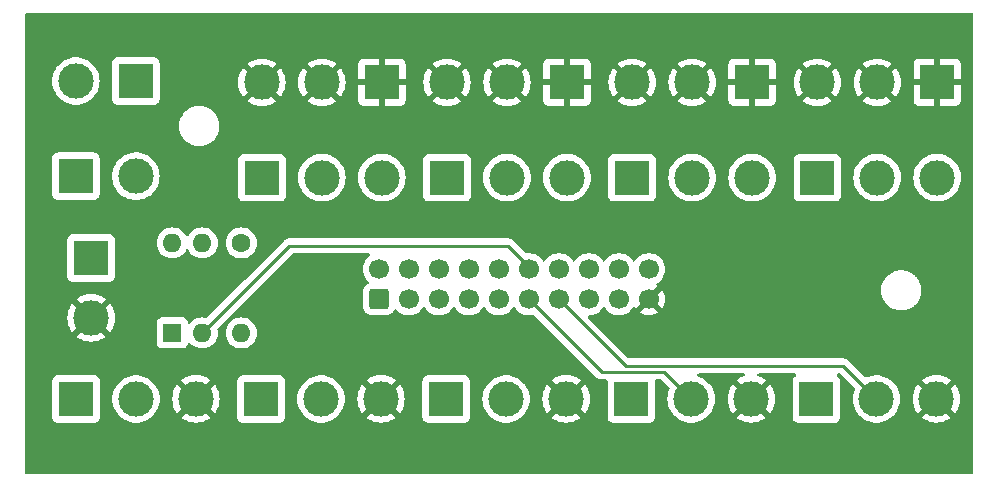
<source format=gbr>
%TF.GenerationSoftware,KiCad,Pcbnew,7.0.6*%
%TF.CreationDate,2023-09-19T17:15:07+08:00*%
%TF.ProjectId,ControlPanel_IO_Breakout,436f6e74-726f-46c5-9061-6e656c5f494f,0*%
%TF.SameCoordinates,Original*%
%TF.FileFunction,Copper,L2,Bot*%
%TF.FilePolarity,Positive*%
%FSLAX46Y46*%
G04 Gerber Fmt 4.6, Leading zero omitted, Abs format (unit mm)*
G04 Created by KiCad (PCBNEW 7.0.6) date 2023-09-19 17:15:07*
%MOMM*%
%LPD*%
G01*
G04 APERTURE LIST*
G04 Aperture macros list*
%AMRoundRect*
0 Rectangle with rounded corners*
0 $1 Rounding radius*
0 $2 $3 $4 $5 $6 $7 $8 $9 X,Y pos of 4 corners*
0 Add a 4 corners polygon primitive as box body*
4,1,4,$2,$3,$4,$5,$6,$7,$8,$9,$2,$3,0*
0 Add four circle primitives for the rounded corners*
1,1,$1+$1,$2,$3*
1,1,$1+$1,$4,$5*
1,1,$1+$1,$6,$7*
1,1,$1+$1,$8,$9*
0 Add four rect primitives between the rounded corners*
20,1,$1+$1,$2,$3,$4,$5,0*
20,1,$1+$1,$4,$5,$6,$7,0*
20,1,$1+$1,$6,$7,$8,$9,0*
20,1,$1+$1,$8,$9,$2,$3,0*%
G04 Aperture macros list end*
%TA.AperFunction,ComponentPad*%
%ADD10RoundRect,0.250000X0.600000X-0.600000X0.600000X0.600000X-0.600000X0.600000X-0.600000X-0.600000X0*%
%TD*%
%TA.AperFunction,ComponentPad*%
%ADD11C,1.700000*%
%TD*%
%TA.AperFunction,ComponentPad*%
%ADD12R,3.000000X3.000000*%
%TD*%
%TA.AperFunction,ComponentPad*%
%ADD13C,3.000000*%
%TD*%
%TA.AperFunction,ComponentPad*%
%ADD14C,1.600000*%
%TD*%
%TA.AperFunction,ComponentPad*%
%ADD15O,1.600000X1.600000*%
%TD*%
%TA.AperFunction,ComponentPad*%
%ADD16R,1.600000X1.600000*%
%TD*%
%TA.AperFunction,Conductor*%
%ADD17C,0.250000*%
%TD*%
G04 APERTURE END LIST*
D10*
%TO.P,J11,1,Pin_1*%
%TO.N,/SW_P2*%
X7608501Y-52305800D03*
D11*
%TO.P,J11,2,Pin_2*%
%TO.N,/SW_P1*%
X7608501Y-49765800D03*
%TO.P,J11,3,Pin_3*%
%TO.N,/SW_P3*%
X10148501Y-52305800D03*
%TO.P,J11,4,Pin_4*%
%TO.N,/SW_R4*%
X10148501Y-49765800D03*
%TO.P,J11,5,Pin_5*%
%TO.N,/VR_1*%
X12688501Y-52305800D03*
%TO.P,J11,6,Pin_6*%
%TO.N,/SW_R3*%
X12688501Y-49765800D03*
%TO.P,J11,7,Pin_7*%
%TO.N,/VR_2*%
X15228501Y-52305800D03*
%TO.P,J11,8,Pin_8*%
%TO.N,/SW_R2*%
X15228501Y-49765800D03*
%TO.P,J11,9,Pin_9*%
%TO.N,/VR_3*%
X17768501Y-52305800D03*
%TO.P,J11,10,Pin_10*%
%TO.N,/SW_R1*%
X17768501Y-49765800D03*
%TO.P,J11,11,Pin_11*%
%TO.N,/VR_4*%
X20308501Y-52305800D03*
%TO.P,J11,12,Pin_12*%
%TO.N,/SW_T5*%
X20308501Y-49765800D03*
%TO.P,J11,13,Pin_13*%
%TO.N,/VR_5*%
X22848501Y-52305800D03*
%TO.P,J11,14,Pin_14*%
%TO.N,/SW_T4*%
X22848501Y-49765800D03*
%TO.P,J11,15,Pin_15*%
%TO.N,unconnected-(J11-Pin_15-Pad15)*%
X25388501Y-52305800D03*
%TO.P,J11,16,Pin_16*%
%TO.N,/SW_T3*%
X25388501Y-49765800D03*
%TO.P,J11,17,Pin_17*%
%TO.N,/5V*%
X27928501Y-52305800D03*
%TO.P,J11,18,Pin_18*%
%TO.N,/SW_T2*%
X27928501Y-49765800D03*
%TO.P,J11,19,Pin_19*%
%TO.N,/GND*%
X30468501Y-52305800D03*
%TO.P,J11,20,Pin_20*%
%TO.N,/SW_T1*%
X30468501Y-49765800D03*
%TD*%
D12*
%TO.P,J17,1,Pin_1*%
%TO.N,/5V*%
X-18037099Y-60751299D03*
D13*
%TO.P,J17,2,Pin_2*%
%TO.N,/VR_1*%
X-12957099Y-60751299D03*
%TO.P,J17,3,Pin_3*%
%TO.N,/GND*%
X-7877099Y-60751299D03*
%TD*%
D12*
%TO.P,J2,1,Pin_1*%
%TO.N,/GND*%
X39210100Y-33951301D03*
D13*
%TO.P,J2,2,Pin_2*%
X34130100Y-33951301D03*
%TO.P,J2,3,Pin_3*%
X29050100Y-33951301D03*
%TD*%
D12*
%TO.P,J7,1,Pin_1*%
%TO.N,/SW_R4*%
X13378301Y-42015300D03*
D13*
%TO.P,J7,2,Pin_2*%
%TO.N,/SW_R3*%
X18458301Y-42015300D03*
%TO.P,J7,3,Pin_3*%
%TO.N,/SW_R2*%
X23538301Y-42015300D03*
%TD*%
D12*
%TO.P,J8,1,Pin_1*%
%TO.N,/SW_P3*%
X-2291300Y-42015300D03*
D13*
%TO.P,J8,2,Pin_2*%
%TO.N,/SW_P2*%
X2788700Y-42015300D03*
%TO.P,J8,3,Pin_3*%
%TO.N,/SW_P1*%
X7868700Y-42015300D03*
%TD*%
D12*
%TO.P,J12,1,Pin_1*%
%TO.N,/5V*%
X-16757100Y-48813299D03*
D13*
%TO.P,J12,2,Pin_2*%
%TO.N,/GND*%
X-16757100Y-53893299D03*
%TD*%
D12*
%TO.P,J6,1,Pin_1*%
%TO.N,/SW_R1*%
X29050100Y-42015300D03*
D13*
%TO.P,J6,2,Pin_2*%
%TO.N,/SW_T5*%
X34130100Y-42015300D03*
%TO.P,J6,3,Pin_3*%
%TO.N,/SW_T4*%
X39210100Y-42015300D03*
%TD*%
D12*
%TO.P,J1,1,Pin_1*%
%TO.N,/GND*%
X54886300Y-33951301D03*
D13*
%TO.P,J1,2,Pin_2*%
X49806300Y-33951301D03*
%TO.P,J1,3,Pin_3*%
X44726300Y-33951301D03*
%TD*%
D12*
%TO.P,J4,1,Pin_1*%
%TO.N,/GND*%
X7868700Y-33951301D03*
D13*
%TO.P,J4,2,Pin_2*%
X2788700Y-33951301D03*
%TO.P,J4,3,Pin_3*%
X-2291300Y-33951301D03*
%TD*%
D12*
%TO.P,J13,1,Pin_1*%
%TO.N,/5V*%
X44654501Y-60751300D03*
D13*
%TO.P,J13,2,Pin_2*%
%TO.N,/VR_5*%
X49734501Y-60751300D03*
%TO.P,J13,3,Pin_3*%
%TO.N,/GND*%
X54814501Y-60751300D03*
%TD*%
D12*
%TO.P,J9,1,Pin_1*%
%TO.N,/SW_PC_OUT*%
X-12967099Y-33827300D03*
D13*
%TO.P,J9,2,Pin_2*%
%TO.N,/SW_PC_IN*%
X-18047099Y-33827300D03*
%TD*%
D12*
%TO.P,J16,1,Pin_1*%
%TO.N,/5V*%
X-2365300Y-60751300D03*
D13*
%TO.P,J16,2,Pin_2*%
%TO.N,/VR_2*%
X2714700Y-60751300D03*
%TO.P,J16,3,Pin_3*%
%TO.N,/GND*%
X7794700Y-60751300D03*
%TD*%
D12*
%TO.P,J14,1,Pin_1*%
%TO.N,/5V*%
X28978301Y-60751300D03*
D13*
%TO.P,J14,2,Pin_2*%
%TO.N,/VR_4*%
X34058301Y-60751300D03*
%TO.P,J14,3,Pin_3*%
%TO.N,/GND*%
X39138301Y-60751300D03*
%TD*%
%TO.P,J10,2,Pin_2*%
%TO.N,/SW_PC_OUT*%
X-12967100Y-41891299D03*
D12*
%TO.P,J10,1,Pin_1*%
%TO.N,/SW_PC_IN*%
X-18047100Y-41891299D03*
%TD*%
%TO.P,J15,1,Pin_1*%
%TO.N,/5V*%
X13306500Y-60751300D03*
D13*
%TO.P,J15,2,Pin_2*%
%TO.N,/VR_3*%
X18386500Y-60751300D03*
%TO.P,J15,3,Pin_3*%
%TO.N,/GND*%
X23466500Y-60751300D03*
%TD*%
D12*
%TO.P,J3,1,Pin_1*%
%TO.N,/GND*%
X23538300Y-33951301D03*
D13*
%TO.P,J3,2,Pin_2*%
X18458300Y-33951301D03*
%TO.P,J3,3,Pin_3*%
X13378300Y-33951301D03*
%TD*%
D12*
%TO.P,J5,1,Pin_1*%
%TO.N,/SW_T3*%
X44726300Y-42015300D03*
D13*
%TO.P,J5,2,Pin_2*%
%TO.N,/SW_T2*%
X49806300Y-42015300D03*
%TO.P,J5,3,Pin_3*%
%TO.N,/SW_T1*%
X54886300Y-42015300D03*
%TD*%
D14*
%TO.P,R1,1*%
%TO.N,/5V*%
X-4041700Y-47543300D03*
D15*
%TO.P,R1,2*%
%TO.N,Net-(R1-Pad2)*%
X-4041700Y-55163300D03*
%TD*%
%TO.P,U1,4*%
%TO.N,/SW_PC_IN*%
X-9883700Y-47533299D03*
%TO.P,U1,3*%
%TO.N,/SW_PC_OUT*%
X-7343700Y-47533299D03*
%TO.P,U1,2*%
%TO.N,/SW_T5*%
X-7343700Y-55153299D03*
D16*
%TO.P,U1,1*%
%TO.N,Net-(R1-Pad2)*%
X-9883700Y-55153299D03*
%TD*%
D17*
%TO.N,/SW_T5*%
X18540000Y-47797299D02*
X20308500Y-49565799D01*
X-7343699Y-55153301D02*
X12300Y-47797300D01*
X12300Y-47797300D02*
X18540000Y-47797299D01*
%TO.N,/VR_5*%
X46940501Y-57957300D02*
X28500000Y-57957300D01*
X28500000Y-57957300D02*
X22848500Y-52305801D01*
X49734499Y-60751298D02*
X46940501Y-57957300D01*
%TO.N,/VR_4*%
X26468001Y-58465300D02*
X20308500Y-52305801D01*
X31772300Y-58465299D02*
X26468001Y-58465300D01*
X34058301Y-60751300D02*
X31772300Y-58465299D01*
%TD*%
%TA.AperFunction,Conductor*%
%TO.N,/GND*%
G36*
X57876839Y-28107084D02*
G01*
X57922594Y-28159888D01*
X57933800Y-28211399D01*
X57933800Y-66976801D01*
X57914115Y-67043840D01*
X57861311Y-67089595D01*
X57809800Y-67100801D01*
X-22205200Y-67100801D01*
X-22272239Y-67081116D01*
X-22317994Y-67028312D01*
X-22329200Y-66976801D01*
X-22329200Y-62299936D01*
X-20045599Y-62299936D01*
X-20045598Y-62299953D01*
X-20042690Y-62326991D01*
X-20039088Y-62360500D01*
X-19987988Y-62497503D01*
X-19900360Y-62614560D01*
X-19783303Y-62702188D01*
X-19646300Y-62753288D01*
X-19614722Y-62756682D01*
X-19585753Y-62759798D01*
X-19585737Y-62759799D01*
X-16488461Y-62759799D01*
X-16488444Y-62759798D01*
X-16457369Y-62756456D01*
X-16427898Y-62753288D01*
X-16427895Y-62753287D01*
X-16427894Y-62753287D01*
X-16345045Y-62722385D01*
X-16290895Y-62702188D01*
X-16173838Y-62614560D01*
X-16086210Y-62497503D01*
X-16035110Y-62360503D01*
X-16035110Y-62360501D01*
X-16028599Y-62299953D01*
X-16028599Y-60751299D01*
X-14970292Y-60751299D01*
X-14951541Y-61025429D01*
X-14935036Y-61104853D01*
X-14895640Y-61294440D01*
X-14895638Y-61294445D01*
X-14895637Y-61294452D01*
X-14803622Y-61553357D01*
X-14677210Y-61797322D01*
X-14518756Y-62021801D01*
X-14331210Y-62222613D01*
X-14118068Y-62396017D01*
X-13883299Y-62538783D01*
X-13883297Y-62538784D01*
X-13835824Y-62559404D01*
X-13631276Y-62648252D01*
X-13366695Y-62722384D01*
X-13141854Y-62753288D01*
X-13094485Y-62759799D01*
X-13094484Y-62759799D01*
X-12819713Y-62759799D01*
X-12772344Y-62753288D01*
X-12547503Y-62722384D01*
X-12282922Y-62648252D01*
X-12235447Y-62627630D01*
X-12030900Y-62538784D01*
X-11796133Y-62396019D01*
X-11796132Y-62396018D01*
X-11796130Y-62396017D01*
X-11582988Y-62222613D01*
X-11395442Y-62021801D01*
X-11395439Y-62021798D01*
X-11236992Y-61797329D01*
X-11236988Y-61797323D01*
X-11110575Y-61553355D01*
X-11018562Y-61294457D01*
X-11018557Y-61294440D01*
X-10962657Y-61025431D01*
X-10962656Y-61025429D01*
X-10943906Y-60751300D01*
X-9882208Y-60751300D01*
X-9861798Y-61036661D01*
X-9800989Y-61316194D01*
X-9701007Y-61584257D01*
X-9563902Y-61835346D01*
X-9457215Y-61977860D01*
X-9457214Y-61977861D01*
X-8561903Y-61082549D01*
X-8539759Y-61133886D01*
X-8433666Y-61276393D01*
X-8297569Y-61390593D01*
X-8207882Y-61435634D01*
X-9103661Y-62331414D01*
X-9103660Y-62331415D01*
X-8961146Y-62438102D01*
X-8710056Y-62575207D01*
X-8710057Y-62575207D01*
X-8441994Y-62675189D01*
X-8162461Y-62735998D01*
X-7877100Y-62756408D01*
X-7877098Y-62756408D01*
X-7591736Y-62735998D01*
X-7312203Y-62675189D01*
X-7044140Y-62575207D01*
X-6793060Y-62438107D01*
X-6793059Y-62438106D01*
X-6650535Y-62331414D01*
X-6682012Y-62299937D01*
X-4373800Y-62299937D01*
X-4373799Y-62299954D01*
X-4370891Y-62326992D01*
X-4367289Y-62360501D01*
X-4316189Y-62497504D01*
X-4228561Y-62614561D01*
X-4111504Y-62702189D01*
X-3974501Y-62753289D01*
X-3942923Y-62756683D01*
X-3913954Y-62759799D01*
X-3913938Y-62759800D01*
X-816662Y-62759800D01*
X-816645Y-62759799D01*
X-785111Y-62756408D01*
X-756099Y-62753289D01*
X-756096Y-62753288D01*
X-756095Y-62753288D01*
X-695864Y-62730822D01*
X-619096Y-62702189D01*
X-502039Y-62614561D01*
X-414411Y-62497504D01*
X-392257Y-62438108D01*
X-363311Y-62360504D01*
X-363311Y-62360502D01*
X-356800Y-62299954D01*
X-356800Y-60751299D01*
X701507Y-60751299D01*
X720257Y-61025430D01*
X720258Y-61025432D01*
X776158Y-61294441D01*
X776163Y-61294458D01*
X868176Y-61553356D01*
X994589Y-61797324D01*
X994593Y-61797330D01*
X1153040Y-62021799D01*
X1153042Y-62021801D01*
X1153043Y-62021802D01*
X1340589Y-62222614D01*
X1553731Y-62396018D01*
X1553733Y-62396019D01*
X1553734Y-62396020D01*
X1788501Y-62538785D01*
X1962954Y-62614560D01*
X2040523Y-62648253D01*
X2305104Y-62722385D01*
X2529945Y-62753289D01*
X2577314Y-62759800D01*
X2577315Y-62759800D01*
X2852086Y-62759800D01*
X2899455Y-62753289D01*
X3124296Y-62722385D01*
X3388877Y-62648253D01*
X3640900Y-62538784D01*
X3875669Y-62396018D01*
X4088811Y-62222614D01*
X4276357Y-62021802D01*
X4434811Y-61797323D01*
X4561223Y-61553358D01*
X4653238Y-61294453D01*
X4653239Y-61294446D01*
X4653241Y-61294441D01*
X4686604Y-61133886D01*
X4709142Y-61025430D01*
X4727893Y-60751301D01*
X5789591Y-60751301D01*
X5810000Y-61036662D01*
X5870809Y-61316195D01*
X5970791Y-61584258D01*
X6107891Y-61835338D01*
X6107896Y-61835346D01*
X6214582Y-61977861D01*
X6214583Y-61977862D01*
X7109895Y-61082549D01*
X7132040Y-61133887D01*
X7238133Y-61276394D01*
X7374230Y-61390594D01*
X7463916Y-61435635D01*
X6568136Y-62331415D01*
X6710660Y-62438107D01*
X6710661Y-62438108D01*
X6961742Y-62575208D01*
X6961741Y-62575208D01*
X7229804Y-62675190D01*
X7509337Y-62735999D01*
X7794699Y-62756409D01*
X7794701Y-62756409D01*
X8080062Y-62735999D01*
X8359595Y-62675190D01*
X8627658Y-62575208D01*
X8878747Y-62438103D01*
X9021261Y-62331416D01*
X9021262Y-62331415D01*
X8989801Y-62299954D01*
X11298000Y-62299954D01*
X11304511Y-62360502D01*
X11304511Y-62360504D01*
X11333457Y-62438108D01*
X11355611Y-62497504D01*
X11443239Y-62614561D01*
X11560296Y-62702189D01*
X11675449Y-62745139D01*
X11697293Y-62753287D01*
X11697299Y-62753289D01*
X11724550Y-62756218D01*
X11757845Y-62759799D01*
X11757862Y-62759800D01*
X14855138Y-62759800D01*
X14855154Y-62759799D01*
X14882192Y-62756891D01*
X14915701Y-62753289D01*
X14915707Y-62753287D01*
X14930268Y-62747855D01*
X15052704Y-62702189D01*
X15169761Y-62614561D01*
X15257389Y-62497504D01*
X15308489Y-62360501D01*
X15312091Y-62326992D01*
X15314999Y-62299954D01*
X15315000Y-62299937D01*
X15315000Y-60751300D01*
X16373307Y-60751300D01*
X16392057Y-61025430D01*
X16392058Y-61025432D01*
X16447958Y-61294441D01*
X16447963Y-61294458D01*
X16539976Y-61553356D01*
X16666389Y-61797324D01*
X16666393Y-61797330D01*
X16824840Y-62021799D01*
X16824842Y-62021801D01*
X16824843Y-62021802D01*
X17012389Y-62222614D01*
X17225531Y-62396018D01*
X17225533Y-62396019D01*
X17225534Y-62396020D01*
X17460301Y-62538785D01*
X17634754Y-62614560D01*
X17712323Y-62648253D01*
X17976904Y-62722385D01*
X18201745Y-62753289D01*
X18249114Y-62759800D01*
X18249115Y-62759800D01*
X18523886Y-62759800D01*
X18571255Y-62753289D01*
X18796096Y-62722385D01*
X19060677Y-62648253D01*
X19312700Y-62538784D01*
X19547469Y-62396018D01*
X19760611Y-62222614D01*
X19948157Y-62021802D01*
X20106611Y-61797323D01*
X20233023Y-61553358D01*
X20325038Y-61294453D01*
X20325039Y-61294446D01*
X20325041Y-61294441D01*
X20358404Y-61133886D01*
X20380942Y-61025430D01*
X20399693Y-60751301D01*
X21461391Y-60751301D01*
X21481800Y-61036662D01*
X21542609Y-61316195D01*
X21642591Y-61584258D01*
X21779691Y-61835338D01*
X21779696Y-61835346D01*
X21886382Y-61977861D01*
X21886383Y-61977862D01*
X22781695Y-61082549D01*
X22803840Y-61133887D01*
X22909933Y-61276394D01*
X23046030Y-61390594D01*
X23135716Y-61435635D01*
X22239936Y-62331415D01*
X22382460Y-62438107D01*
X22382461Y-62438108D01*
X22633542Y-62575208D01*
X22633541Y-62575208D01*
X22901604Y-62675190D01*
X23181137Y-62735999D01*
X23466499Y-62756409D01*
X23466501Y-62756409D01*
X23751862Y-62735999D01*
X24031395Y-62675190D01*
X24299458Y-62575208D01*
X24550547Y-62438103D01*
X24693061Y-62331416D01*
X24693062Y-62331415D01*
X23800248Y-61438600D01*
X23809909Y-61435084D01*
X23958344Y-61337457D01*
X24080264Y-61208230D01*
X24152268Y-61083514D01*
X25046615Y-61977862D01*
X25046616Y-61977861D01*
X25153303Y-61835347D01*
X25290408Y-61584258D01*
X25390390Y-61316195D01*
X25451199Y-61036662D01*
X25471609Y-60751301D01*
X25471609Y-60751298D01*
X25451199Y-60465937D01*
X25390390Y-60186404D01*
X25290408Y-59918341D01*
X25153308Y-59667261D01*
X25153307Y-59667260D01*
X25046615Y-59524736D01*
X24151303Y-60420047D01*
X24129160Y-60368713D01*
X24023067Y-60226206D01*
X23886970Y-60112006D01*
X23797281Y-60066963D01*
X24693062Y-59171183D01*
X24693061Y-59171182D01*
X24550546Y-59064496D01*
X24550538Y-59064491D01*
X24299457Y-58927391D01*
X24299458Y-58927391D01*
X24031395Y-58827409D01*
X23751862Y-58766600D01*
X23466501Y-58746191D01*
X23466499Y-58746191D01*
X23181137Y-58766600D01*
X22901604Y-58827409D01*
X22633541Y-58927391D01*
X22382461Y-59064491D01*
X22382453Y-59064496D01*
X22239936Y-59171182D01*
X22239936Y-59171183D01*
X23132751Y-60063999D01*
X23123091Y-60067516D01*
X22974656Y-60165143D01*
X22852736Y-60294370D01*
X22780732Y-60419084D01*
X21886383Y-59524736D01*
X21886382Y-59524736D01*
X21779696Y-59667253D01*
X21779691Y-59667261D01*
X21642591Y-59918341D01*
X21542609Y-60186404D01*
X21481800Y-60465937D01*
X21461391Y-60751298D01*
X21461391Y-60751301D01*
X20399693Y-60751301D01*
X20399693Y-60751300D01*
X20380942Y-60477170D01*
X20358404Y-60368712D01*
X20325041Y-60208158D01*
X20325037Y-60208146D01*
X20233023Y-59949242D01*
X20106611Y-59705277D01*
X20106610Y-59705275D01*
X20106606Y-59705269D01*
X19948159Y-59480800D01*
X19929531Y-59460855D01*
X19760611Y-59279986D01*
X19547469Y-59106582D01*
X19547467Y-59106581D01*
X19547465Y-59106579D01*
X19312698Y-58963814D01*
X19060678Y-58854347D01*
X18796102Y-58780216D01*
X18796097Y-58780215D01*
X18796096Y-58780215D01*
X18659990Y-58761507D01*
X18523886Y-58742800D01*
X18523885Y-58742800D01*
X18249115Y-58742800D01*
X18249114Y-58742800D01*
X17976904Y-58780215D01*
X17976897Y-58780216D01*
X17712321Y-58854347D01*
X17460301Y-58963814D01*
X17225534Y-59106579D01*
X17012392Y-59279983D01*
X16824840Y-59480800D01*
X16666393Y-59705269D01*
X16666389Y-59705275D01*
X16539976Y-59949243D01*
X16447963Y-60208141D01*
X16447958Y-60208158D01*
X16392058Y-60477167D01*
X16392057Y-60477169D01*
X16373307Y-60751300D01*
X15315000Y-60751300D01*
X15315000Y-59202662D01*
X15314999Y-59202645D01*
X15311616Y-59171181D01*
X15308489Y-59142099D01*
X15308487Y-59142094D01*
X15268479Y-59034829D01*
X15257389Y-59005096D01*
X15169761Y-58888039D01*
X15052704Y-58800411D01*
X15040886Y-58796003D01*
X14915703Y-58749311D01*
X14855154Y-58742800D01*
X14855138Y-58742800D01*
X11757862Y-58742800D01*
X11757845Y-58742800D01*
X11697297Y-58749311D01*
X11697295Y-58749311D01*
X11560295Y-58800411D01*
X11443239Y-58888039D01*
X11355611Y-59005095D01*
X11304511Y-59142095D01*
X11304511Y-59142097D01*
X11298000Y-59202645D01*
X11298000Y-62299954D01*
X8989801Y-62299954D01*
X8128448Y-61438600D01*
X8138109Y-61435084D01*
X8286544Y-61337457D01*
X8408464Y-61208230D01*
X8480468Y-61083514D01*
X9374815Y-61977862D01*
X9374816Y-61977861D01*
X9481503Y-61835347D01*
X9618608Y-61584258D01*
X9718590Y-61316195D01*
X9779399Y-61036662D01*
X9799809Y-60751301D01*
X9799809Y-60751298D01*
X9779399Y-60465937D01*
X9718590Y-60186404D01*
X9618608Y-59918341D01*
X9481508Y-59667261D01*
X9481507Y-59667260D01*
X9374815Y-59524736D01*
X8479503Y-60420047D01*
X8457360Y-60368713D01*
X8351267Y-60226206D01*
X8215170Y-60112006D01*
X8125481Y-60066963D01*
X9021262Y-59171183D01*
X9021261Y-59171182D01*
X8878746Y-59064496D01*
X8878738Y-59064491D01*
X8627657Y-58927391D01*
X8627658Y-58927391D01*
X8359595Y-58827409D01*
X8080062Y-58766600D01*
X7794701Y-58746191D01*
X7794699Y-58746191D01*
X7509337Y-58766600D01*
X7229804Y-58827409D01*
X6961741Y-58927391D01*
X6710661Y-59064491D01*
X6710653Y-59064496D01*
X6568136Y-59171182D01*
X6568136Y-59171183D01*
X7460951Y-60063999D01*
X7451291Y-60067516D01*
X7302856Y-60165143D01*
X7180936Y-60294370D01*
X7108932Y-60419084D01*
X6214583Y-59524736D01*
X6214582Y-59524736D01*
X6107896Y-59667253D01*
X6107891Y-59667261D01*
X5970791Y-59918341D01*
X5870809Y-60186404D01*
X5810000Y-60465937D01*
X5789591Y-60751298D01*
X5789591Y-60751301D01*
X4727893Y-60751301D01*
X4727893Y-60751300D01*
X4709142Y-60477170D01*
X4686604Y-60368712D01*
X4653241Y-60208158D01*
X4653237Y-60208146D01*
X4561223Y-59949242D01*
X4434811Y-59705277D01*
X4434810Y-59705275D01*
X4434806Y-59705269D01*
X4276359Y-59480800D01*
X4257731Y-59460855D01*
X4088811Y-59279986D01*
X3875669Y-59106582D01*
X3875667Y-59106581D01*
X3875665Y-59106579D01*
X3640898Y-58963814D01*
X3388878Y-58854347D01*
X3124302Y-58780216D01*
X3124297Y-58780215D01*
X3124296Y-58780215D01*
X2988190Y-58761507D01*
X2852086Y-58742800D01*
X2852085Y-58742800D01*
X2577315Y-58742800D01*
X2577314Y-58742800D01*
X2305104Y-58780215D01*
X2305097Y-58780216D01*
X2040521Y-58854347D01*
X1788501Y-58963814D01*
X1553734Y-59106579D01*
X1340592Y-59279983D01*
X1153040Y-59480800D01*
X994593Y-59705269D01*
X994589Y-59705275D01*
X868176Y-59949243D01*
X776163Y-60208141D01*
X776158Y-60208158D01*
X720258Y-60477167D01*
X720257Y-60477169D01*
X701507Y-60751299D01*
X-356800Y-60751299D01*
X-356800Y-59202645D01*
X-363311Y-59142097D01*
X-363311Y-59142095D01*
X-414411Y-59005095D01*
X-502039Y-58888039D01*
X-619095Y-58800411D01*
X-756096Y-58749311D01*
X-816645Y-58742800D01*
X-816662Y-58742800D01*
X-3913938Y-58742800D01*
X-3913954Y-58742800D01*
X-3974502Y-58749311D01*
X-3974504Y-58749311D01*
X-4099686Y-58796003D01*
X-4111504Y-58800411D01*
X-4228561Y-58888039D01*
X-4316189Y-59005096D01*
X-4327279Y-59034829D01*
X-4367287Y-59142094D01*
X-4367289Y-59142099D01*
X-4370416Y-59171181D01*
X-4373799Y-59202645D01*
X-4373800Y-59202662D01*
X-4373800Y-62299937D01*
X-6682012Y-62299937D01*
X-7543351Y-61438599D01*
X-7533690Y-61435083D01*
X-7385255Y-61337456D01*
X-7263335Y-61208229D01*
X-7191330Y-61083512D01*
X-6296982Y-61977861D01*
X-6296981Y-61977860D01*
X-6190295Y-61835345D01*
X-6190290Y-61835337D01*
X-6053190Y-61584257D01*
X-5953208Y-61316194D01*
X-5892399Y-61036661D01*
X-5871990Y-60751300D01*
X-5871990Y-60751297D01*
X-5892399Y-60465936D01*
X-5953208Y-60186403D01*
X-6053190Y-59918340D01*
X-6190290Y-59667260D01*
X-6190295Y-59667252D01*
X-6296981Y-59524735D01*
X-6296982Y-59524735D01*
X-7192295Y-60420047D01*
X-7214439Y-60368712D01*
X-7320532Y-60226205D01*
X-7456629Y-60112005D01*
X-7546315Y-60066963D01*
X-6650535Y-59171182D01*
X-6650535Y-59171181D01*
X-6793052Y-59064495D01*
X-6793060Y-59064490D01*
X-7044141Y-58927390D01*
X-7044140Y-58927390D01*
X-7312203Y-58827408D01*
X-7591736Y-58766599D01*
X-7877098Y-58746190D01*
X-7877100Y-58746190D01*
X-8162461Y-58766599D01*
X-8441994Y-58827408D01*
X-8710057Y-58927390D01*
X-8961137Y-59064490D01*
X-8961145Y-59064495D01*
X-9103660Y-59171181D01*
X-9103661Y-59171182D01*
X-8210845Y-60063997D01*
X-8220508Y-60067515D01*
X-8368943Y-60165142D01*
X-8490863Y-60294369D01*
X-8562866Y-60419082D01*
X-9457214Y-59524735D01*
X-9563906Y-59667259D01*
X-9563907Y-59667260D01*
X-9701007Y-59918340D01*
X-9800989Y-60186403D01*
X-9861798Y-60465936D01*
X-9882208Y-60751297D01*
X-9882208Y-60751300D01*
X-10943906Y-60751300D01*
X-10943906Y-60751299D01*
X-10962656Y-60477168D01*
X-10962657Y-60477166D01*
X-11018557Y-60208157D01*
X-11018562Y-60208140D01*
X-11110575Y-59949242D01*
X-11236988Y-59705274D01*
X-11236992Y-59705268D01*
X-11395439Y-59480799D01*
X-11582991Y-59279982D01*
X-11796133Y-59106578D01*
X-12030900Y-58963813D01*
X-12282920Y-58854346D01*
X-12547496Y-58780215D01*
X-12547503Y-58780214D01*
X-12819713Y-58742799D01*
X-12819714Y-58742799D01*
X-13094484Y-58742799D01*
X-13094485Y-58742799D01*
X-13141862Y-58749311D01*
X-13366695Y-58780214D01*
X-13366696Y-58780214D01*
X-13366701Y-58780215D01*
X-13631277Y-58854346D01*
X-13883297Y-58963813D01*
X-14118064Y-59106578D01*
X-14118065Y-59106579D01*
X-14118068Y-59106581D01*
X-14331210Y-59279985D01*
X-14500130Y-59460854D01*
X-14518758Y-59480799D01*
X-14677205Y-59705268D01*
X-14677209Y-59705274D01*
X-14677210Y-59705276D01*
X-14803622Y-59949241D01*
X-14824061Y-60006751D01*
X-14895635Y-60208140D01*
X-14895640Y-60208157D01*
X-14913555Y-60294370D01*
X-14951541Y-60477169D01*
X-14970292Y-60751299D01*
X-16028599Y-60751299D01*
X-16028599Y-59202644D01*
X-16035110Y-59142096D01*
X-16035110Y-59142094D01*
X-16086210Y-59005094D01*
X-16173838Y-58888038D01*
X-16290894Y-58800410D01*
X-16427895Y-58749310D01*
X-16488444Y-58742799D01*
X-16488461Y-58742799D01*
X-19585737Y-58742799D01*
X-19585753Y-58742799D01*
X-19646301Y-58749310D01*
X-19646303Y-58749310D01*
X-19774590Y-58797160D01*
X-19783303Y-58800410D01*
X-19900360Y-58888038D01*
X-19987988Y-59005095D01*
X-20008091Y-59058993D01*
X-20030280Y-59118484D01*
X-20039088Y-59142098D01*
X-20042215Y-59171181D01*
X-20045598Y-59202644D01*
X-20045599Y-59202661D01*
X-20045599Y-62299936D01*
X-22329200Y-62299936D01*
X-22329200Y-56001936D01*
X-11192200Y-56001936D01*
X-11192199Y-56001953D01*
X-11191591Y-56007604D01*
X-11185689Y-56062500D01*
X-11134589Y-56199503D01*
X-11046961Y-56316560D01*
X-10929904Y-56404188D01*
X-10792901Y-56455288D01*
X-10761323Y-56458682D01*
X-10732354Y-56461798D01*
X-10732338Y-56461799D01*
X-9035062Y-56461799D01*
X-9035045Y-56461798D01*
X-9003970Y-56458456D01*
X-8974499Y-56455288D01*
X-8974496Y-56455287D01*
X-8974495Y-56455287D01*
X-8914264Y-56432821D01*
X-8837496Y-56404188D01*
X-8720439Y-56316560D01*
X-8632811Y-56199503D01*
X-8632811Y-56199502D01*
X-8581711Y-56062503D01*
X-8581711Y-56062501D01*
X-8580130Y-56047797D01*
X-8553391Y-55983246D01*
X-8495998Y-55943399D01*
X-8426173Y-55940906D01*
X-8366085Y-55976560D01*
X-8355272Y-55989923D01*
X-8349898Y-55997599D01*
X-8188000Y-56159497D01*
X-8000449Y-56290822D01*
X-7792943Y-56387583D01*
X-7571787Y-56446842D01*
X-7400839Y-56461798D01*
X-7343702Y-56466797D01*
X-7343700Y-56466797D01*
X-7343698Y-56466797D01*
X-7278532Y-56461095D01*
X-7115613Y-56446842D01*
X-6894457Y-56387583D01*
X-6894452Y-56387580D01*
X-6894450Y-56387580D01*
X-6742145Y-56316559D01*
X-6686951Y-56290822D01*
X-6499400Y-56159497D01*
X-6337502Y-55997599D01*
X-6206177Y-55810048D01*
X-6206175Y-55810044D01*
X-6109418Y-55602548D01*
X-6109414Y-55602537D01*
X-6050157Y-55381388D01*
X-6050156Y-55381380D01*
X-6031077Y-55163300D01*
X-5355198Y-55163300D01*
X-5335243Y-55391387D01*
X-5275984Y-55612543D01*
X-5179223Y-55820049D01*
X-5047898Y-56007600D01*
X-4886000Y-56169498D01*
X-4698449Y-56300823D01*
X-4490943Y-56397584D01*
X-4269787Y-56456843D01*
X-4098721Y-56471809D01*
X-4041702Y-56476798D01*
X-4041700Y-56476798D01*
X-4041698Y-56476798D01*
X-3976532Y-56471096D01*
X-3813613Y-56456843D01*
X-3592457Y-56397584D01*
X-3592452Y-56397581D01*
X-3592450Y-56397581D01*
X-3509791Y-56359036D01*
X-3384951Y-56300823D01*
X-3197400Y-56169498D01*
X-3035502Y-56007600D01*
X-2904177Y-55820049D01*
X-2899513Y-55810048D01*
X-2807418Y-55612549D01*
X-2807414Y-55612538D01*
X-2748157Y-55391389D01*
X-2748156Y-55391381D01*
X-2728202Y-55163301D01*
X-2728202Y-55163298D01*
X-2748156Y-54935218D01*
X-2748157Y-54935210D01*
X-2807414Y-54714061D01*
X-2807418Y-54714050D01*
X-2904175Y-54506554D01*
X-2904176Y-54506552D01*
X-3006589Y-54360292D01*
X-3035502Y-54319000D01*
X-3035503Y-54318998D01*
X-3035506Y-54318995D01*
X-3197395Y-54157106D01*
X-3197398Y-54157103D01*
X-3197400Y-54157102D01*
X-3314556Y-54075067D01*
X-3384952Y-54025776D01*
X-3384954Y-54025775D01*
X-3592450Y-53929018D01*
X-3592461Y-53929014D01*
X-3813610Y-53869757D01*
X-3813618Y-53869756D01*
X-4041698Y-53849802D01*
X-4041702Y-53849802D01*
X-4269781Y-53869756D01*
X-4269789Y-53869757D01*
X-4490938Y-53929014D01*
X-4490949Y-53929018D01*
X-4677000Y-54015775D01*
X-4698449Y-54025777D01*
X-4886000Y-54157102D01*
X-5047898Y-54319000D01*
X-5179223Y-54506551D01*
X-5275984Y-54714057D01*
X-5335243Y-54935213D01*
X-5335243Y-54935218D01*
X-5351397Y-55119860D01*
X-5355198Y-55163300D01*
X-6031077Y-55163300D01*
X-6030202Y-55153300D01*
X-6030202Y-55153297D01*
X-6050156Y-54925217D01*
X-6050159Y-54925200D01*
X-6067457Y-54860641D01*
X-6065793Y-54790792D01*
X-6035363Y-54740869D01*
X-1370988Y-50076493D01*
X238386Y-48467117D01*
X299709Y-48433633D01*
X326067Y-48430799D01*
X6750735Y-48430799D01*
X6817774Y-48450484D01*
X6863529Y-48503288D01*
X6873473Y-48572446D01*
X6844448Y-48636002D01*
X6826898Y-48652652D01*
X6685262Y-48762892D01*
X6685257Y-48762897D01*
X6532785Y-48928523D01*
X6532777Y-48928534D01*
X6409641Y-49117007D01*
X6319204Y-49323185D01*
X6263937Y-49541428D01*
X6263935Y-49541440D01*
X6245345Y-49765794D01*
X6245345Y-49765805D01*
X6263935Y-49990159D01*
X6263937Y-49990171D01*
X6319204Y-50208414D01*
X6409641Y-50414592D01*
X6532777Y-50603065D01*
X6532785Y-50603076D01*
X6685257Y-50768702D01*
X6685262Y-50768707D01*
X6723018Y-50798094D01*
X6763831Y-50854805D01*
X6767504Y-50924578D01*
X6732873Y-50985261D01*
X6691988Y-51009954D01*
X6692306Y-51010635D01*
X6685967Y-51013590D01*
X6685869Y-51013650D01*
X6685768Y-51013683D01*
X6685760Y-51013686D01*
X6534847Y-51106771D01*
X6409472Y-51232146D01*
X6316387Y-51383059D01*
X6316385Y-51383064D01*
X6260614Y-51551372D01*
X6250001Y-51655247D01*
X6250001Y-52956337D01*
X6250002Y-52956353D01*
X6260614Y-53060227D01*
X6316385Y-53228535D01*
X6316387Y-53228540D01*
X6331968Y-53253800D01*
X6409471Y-53379452D01*
X6534849Y-53504830D01*
X6685763Y-53597915D01*
X6854075Y-53653687D01*
X6957956Y-53664300D01*
X8259045Y-53664299D01*
X8362927Y-53653687D01*
X8531239Y-53597915D01*
X8682153Y-53504830D01*
X8807531Y-53379452D01*
X8900616Y-53228538D01*
X8900747Y-53228142D01*
X8900907Y-53227910D01*
X8903666Y-53221995D01*
X8904676Y-53222466D01*
X8940512Y-53170698D01*
X9005025Y-53143869D01*
X9073802Y-53156178D01*
X9109682Y-53183155D01*
X9225261Y-53308706D01*
X9402925Y-53446989D01*
X9402926Y-53446989D01*
X9402928Y-53446991D01*
X9462815Y-53479400D01*
X9600927Y-53554142D01*
X9813866Y-53627244D01*
X10035932Y-53664300D01*
X10261070Y-53664300D01*
X10483136Y-53627244D01*
X10696075Y-53554142D01*
X10894077Y-53446989D01*
X11071741Y-53308706D01*
X11194553Y-53175298D01*
X11224216Y-53143076D01*
X11224218Y-53143073D01*
X11224223Y-53143068D01*
X11314694Y-53004591D01*
X11367837Y-52959237D01*
X11437068Y-52949813D01*
X11500404Y-52979315D01*
X11522308Y-53004593D01*
X11612777Y-53143065D01*
X11612785Y-53143076D01*
X11763821Y-53307142D01*
X11765261Y-53308706D01*
X11942925Y-53446989D01*
X11942926Y-53446989D01*
X11942928Y-53446991D01*
X12002815Y-53479400D01*
X12140927Y-53554142D01*
X12353866Y-53627244D01*
X12575932Y-53664300D01*
X12801070Y-53664300D01*
X13023136Y-53627244D01*
X13236075Y-53554142D01*
X13434077Y-53446989D01*
X13611741Y-53308706D01*
X13734553Y-53175298D01*
X13764216Y-53143076D01*
X13764218Y-53143073D01*
X13764223Y-53143068D01*
X13854694Y-53004591D01*
X13907837Y-52959237D01*
X13977068Y-52949813D01*
X14040404Y-52979315D01*
X14062308Y-53004593D01*
X14152777Y-53143065D01*
X14152785Y-53143076D01*
X14303821Y-53307142D01*
X14305261Y-53308706D01*
X14482925Y-53446989D01*
X14482926Y-53446989D01*
X14482928Y-53446991D01*
X14542815Y-53479400D01*
X14680927Y-53554142D01*
X14893866Y-53627244D01*
X15115932Y-53664300D01*
X15341070Y-53664300D01*
X15563136Y-53627244D01*
X15776075Y-53554142D01*
X15974077Y-53446989D01*
X16151741Y-53308706D01*
X16274553Y-53175298D01*
X16304216Y-53143076D01*
X16304218Y-53143073D01*
X16304223Y-53143068D01*
X16394694Y-53004591D01*
X16447837Y-52959237D01*
X16517068Y-52949813D01*
X16580404Y-52979315D01*
X16602308Y-53004593D01*
X16692777Y-53143065D01*
X16692785Y-53143076D01*
X16843821Y-53307142D01*
X16845261Y-53308706D01*
X17022925Y-53446989D01*
X17022926Y-53446989D01*
X17022928Y-53446991D01*
X17082815Y-53479400D01*
X17220927Y-53554142D01*
X17433866Y-53627244D01*
X17655932Y-53664300D01*
X17881070Y-53664300D01*
X18103136Y-53627244D01*
X18316075Y-53554142D01*
X18514077Y-53446989D01*
X18691741Y-53308706D01*
X18814553Y-53175298D01*
X18844216Y-53143076D01*
X18844218Y-53143073D01*
X18844223Y-53143068D01*
X18934694Y-53004591D01*
X18987837Y-52959237D01*
X19057068Y-52949813D01*
X19120404Y-52979315D01*
X19142308Y-53004593D01*
X19232777Y-53143065D01*
X19232785Y-53143076D01*
X19383821Y-53307142D01*
X19385261Y-53308706D01*
X19562925Y-53446989D01*
X19562926Y-53446989D01*
X19562928Y-53446991D01*
X19622815Y-53479400D01*
X19760927Y-53554142D01*
X19973866Y-53627244D01*
X20195932Y-53664300D01*
X20421070Y-53664300D01*
X20643136Y-53627244D01*
X20643150Y-53627239D01*
X20647358Y-53626174D01*
X20717178Y-53628792D01*
X20765491Y-53658696D01*
X25960911Y-58854114D01*
X25970817Y-58866478D01*
X25971027Y-58866305D01*
X25976002Y-58872319D01*
X26027095Y-58920299D01*
X26048225Y-58941428D01*
X26048231Y-58941434D01*
X26053803Y-58945756D01*
X26058243Y-58949549D01*
X26092679Y-58981886D01*
X26110568Y-58991720D01*
X26126834Y-59002404D01*
X26142960Y-59014913D01*
X26186299Y-59033667D01*
X26191546Y-59036237D01*
X26232941Y-59058995D01*
X26252719Y-59064073D01*
X26271120Y-59070373D01*
X26289856Y-59078481D01*
X26327415Y-59084429D01*
X26336498Y-59085868D01*
X26342218Y-59087052D01*
X26387971Y-59098800D01*
X26408387Y-59098799D01*
X26427786Y-59100325D01*
X26447944Y-59103519D01*
X26492043Y-59099349D01*
X26494961Y-59099074D01*
X26500800Y-59098799D01*
X26845801Y-59098799D01*
X26912840Y-59118484D01*
X26958595Y-59171288D01*
X26969801Y-59222799D01*
X26969801Y-62299954D01*
X26976312Y-62360502D01*
X26976312Y-62360504D01*
X27005258Y-62438108D01*
X27027412Y-62497504D01*
X27115040Y-62614561D01*
X27232097Y-62702189D01*
X27347250Y-62745139D01*
X27369094Y-62753287D01*
X27369100Y-62753289D01*
X27396351Y-62756218D01*
X27429646Y-62759799D01*
X27429663Y-62759800D01*
X30526939Y-62759800D01*
X30526955Y-62759799D01*
X30553993Y-62756891D01*
X30587502Y-62753289D01*
X30587508Y-62753287D01*
X30602069Y-62747855D01*
X30724505Y-62702189D01*
X30841562Y-62614561D01*
X30929190Y-62497504D01*
X30980290Y-62360501D01*
X30983892Y-62326992D01*
X30986800Y-62299954D01*
X30986801Y-62299937D01*
X30986801Y-59222799D01*
X31006486Y-59155760D01*
X31059290Y-59110005D01*
X31110801Y-59098799D01*
X31458534Y-59098799D01*
X31525573Y-59118484D01*
X31546215Y-59135118D01*
X32198320Y-59787223D01*
X32231805Y-59848546D01*
X32226821Y-59918238D01*
X32220737Y-59931951D01*
X32211778Y-59949239D01*
X32211776Y-59949246D01*
X32119764Y-60208141D01*
X32119759Y-60208158D01*
X32063859Y-60477167D01*
X32063858Y-60477169D01*
X32045108Y-60751300D01*
X32063858Y-61025430D01*
X32063859Y-61025432D01*
X32119759Y-61294441D01*
X32119764Y-61294458D01*
X32211777Y-61553356D01*
X32338190Y-61797324D01*
X32338194Y-61797330D01*
X32496641Y-62021799D01*
X32496643Y-62021801D01*
X32496644Y-62021802D01*
X32684190Y-62222614D01*
X32897332Y-62396018D01*
X32897334Y-62396019D01*
X32897335Y-62396020D01*
X33132102Y-62538785D01*
X33306555Y-62614560D01*
X33384124Y-62648253D01*
X33648705Y-62722385D01*
X33873546Y-62753289D01*
X33920915Y-62759800D01*
X33920916Y-62759800D01*
X34195687Y-62759800D01*
X34243056Y-62753289D01*
X34467897Y-62722385D01*
X34732478Y-62648253D01*
X34984501Y-62538784D01*
X35219270Y-62396018D01*
X35432412Y-62222614D01*
X35619958Y-62021802D01*
X35778412Y-61797323D01*
X35904824Y-61553358D01*
X35996839Y-61294453D01*
X35996840Y-61294446D01*
X35996842Y-61294441D01*
X36030205Y-61133886D01*
X36052743Y-61025430D01*
X36071494Y-60751300D01*
X36052743Y-60477170D01*
X36030205Y-60368712D01*
X35996842Y-60208158D01*
X35996838Y-60208146D01*
X35904824Y-59949242D01*
X35778412Y-59705277D01*
X35778411Y-59705275D01*
X35778407Y-59705269D01*
X35619960Y-59480800D01*
X35601332Y-59460855D01*
X35432412Y-59279986D01*
X35219270Y-59106582D01*
X35219268Y-59106581D01*
X35219266Y-59106579D01*
X34984499Y-58963814D01*
X34732479Y-58854347D01*
X34660579Y-58834202D01*
X34601337Y-58797160D01*
X34571525Y-58733970D01*
X34580609Y-58664693D01*
X34625704Y-58611325D01*
X34692494Y-58590810D01*
X34694034Y-58590800D01*
X38520494Y-58590800D01*
X38587533Y-58610485D01*
X38633288Y-58663289D01*
X38643232Y-58732447D01*
X38614207Y-58796003D01*
X38563827Y-58830982D01*
X38305347Y-58927389D01*
X38305343Y-58927391D01*
X38054262Y-59064491D01*
X38054254Y-59064496D01*
X37911738Y-59171182D01*
X37911737Y-59171183D01*
X38804553Y-60063999D01*
X38794892Y-60067516D01*
X38646457Y-60165143D01*
X38524537Y-60294370D01*
X38452532Y-60419084D01*
X37558184Y-59524736D01*
X37558183Y-59524737D01*
X37451497Y-59667253D01*
X37451492Y-59667261D01*
X37314392Y-59918341D01*
X37214410Y-60186404D01*
X37153601Y-60465937D01*
X37133192Y-60751298D01*
X37133192Y-60751301D01*
X37153601Y-61036662D01*
X37214410Y-61316195D01*
X37314392Y-61584258D01*
X37451492Y-61835338D01*
X37451497Y-61835346D01*
X37558183Y-61977861D01*
X37558184Y-61977862D01*
X38453496Y-61082550D01*
X38475641Y-61133887D01*
X38581734Y-61276394D01*
X38717831Y-61390594D01*
X38807517Y-61435635D01*
X37911737Y-62331415D01*
X38054261Y-62438107D01*
X38054262Y-62438108D01*
X38305343Y-62575208D01*
X38305342Y-62575208D01*
X38573405Y-62675190D01*
X38852938Y-62735999D01*
X39138300Y-62756409D01*
X39138302Y-62756409D01*
X39423663Y-62735999D01*
X39703196Y-62675190D01*
X39971259Y-62575208D01*
X40222348Y-62438103D01*
X40364862Y-62331416D01*
X40364863Y-62331415D01*
X39472049Y-61438600D01*
X39481710Y-61435084D01*
X39630145Y-61337457D01*
X39752065Y-61208230D01*
X39824069Y-61083515D01*
X40718416Y-61977862D01*
X40718417Y-61977861D01*
X40825104Y-61835347D01*
X40962209Y-61584258D01*
X41062191Y-61316195D01*
X41123000Y-61036662D01*
X41143410Y-60751301D01*
X41143410Y-60751298D01*
X41123000Y-60465937D01*
X41062191Y-60186404D01*
X40962209Y-59918341D01*
X40825109Y-59667261D01*
X40825108Y-59667260D01*
X40718416Y-59524736D01*
X39823104Y-60420047D01*
X39800961Y-60368713D01*
X39694868Y-60226206D01*
X39558771Y-60112006D01*
X39469083Y-60066963D01*
X40364863Y-59171183D01*
X40364862Y-59171182D01*
X40222347Y-59064496D01*
X40222339Y-59064491D01*
X39971258Y-58927391D01*
X39971254Y-58927389D01*
X39712775Y-58830982D01*
X39656841Y-58789110D01*
X39632424Y-58723646D01*
X39647276Y-58655373D01*
X39696681Y-58605968D01*
X39756108Y-58590800D01*
X42815744Y-58590800D01*
X42882783Y-58610485D01*
X42928538Y-58663289D01*
X42938482Y-58732447D01*
X42909457Y-58796003D01*
X42890055Y-58814066D01*
X42836247Y-58854347D01*
X42791240Y-58888039D01*
X42703612Y-59005095D01*
X42652512Y-59142095D01*
X42652512Y-59142097D01*
X42646001Y-59202645D01*
X42646001Y-62299954D01*
X42652512Y-62360502D01*
X42652512Y-62360504D01*
X42681458Y-62438108D01*
X42703612Y-62497504D01*
X42791240Y-62614561D01*
X42908297Y-62702189D01*
X43023450Y-62745139D01*
X43045294Y-62753287D01*
X43045300Y-62753289D01*
X43072551Y-62756218D01*
X43105846Y-62759799D01*
X43105863Y-62759800D01*
X46203139Y-62759800D01*
X46203155Y-62759799D01*
X46230193Y-62756891D01*
X46263702Y-62753289D01*
X46263708Y-62753287D01*
X46278269Y-62747855D01*
X46400705Y-62702189D01*
X46517762Y-62614561D01*
X46605390Y-62497504D01*
X46656490Y-62360501D01*
X46660092Y-62326992D01*
X46663000Y-62299954D01*
X46663001Y-62299937D01*
X46663001Y-59202662D01*
X46663000Y-59202645D01*
X46659617Y-59171181D01*
X46656490Y-59142099D01*
X46656488Y-59142094D01*
X46616480Y-59034829D01*
X46605390Y-59005096D01*
X46517762Y-58888039D01*
X46418946Y-58814066D01*
X46377076Y-58758133D01*
X46372092Y-58688441D01*
X46405577Y-58627118D01*
X46466900Y-58593634D01*
X46493258Y-58590800D01*
X46626735Y-58590800D01*
X46693774Y-58610485D01*
X46714416Y-58627119D01*
X47874519Y-59787223D01*
X47908004Y-59848546D01*
X47903020Y-59918238D01*
X47896938Y-59931947D01*
X47887980Y-59949236D01*
X47887976Y-59949246D01*
X47795964Y-60208141D01*
X47795959Y-60208158D01*
X47740059Y-60477167D01*
X47740058Y-60477169D01*
X47721308Y-60751300D01*
X47740058Y-61025430D01*
X47740059Y-61025432D01*
X47795959Y-61294441D01*
X47795964Y-61294458D01*
X47887977Y-61553356D01*
X48014390Y-61797324D01*
X48014394Y-61797330D01*
X48172841Y-62021799D01*
X48172843Y-62021801D01*
X48172844Y-62021802D01*
X48360390Y-62222614D01*
X48573532Y-62396018D01*
X48573534Y-62396019D01*
X48573535Y-62396020D01*
X48808302Y-62538785D01*
X48982755Y-62614560D01*
X49060324Y-62648253D01*
X49324905Y-62722385D01*
X49549746Y-62753289D01*
X49597115Y-62759800D01*
X49597116Y-62759800D01*
X49871887Y-62759800D01*
X49919256Y-62753289D01*
X50144097Y-62722385D01*
X50408678Y-62648253D01*
X50660701Y-62538784D01*
X50895470Y-62396018D01*
X51108612Y-62222614D01*
X51296158Y-62021802D01*
X51454612Y-61797323D01*
X51581024Y-61553358D01*
X51673039Y-61294453D01*
X51673040Y-61294446D01*
X51673042Y-61294441D01*
X51706405Y-61133886D01*
X51728943Y-61025430D01*
X51747694Y-60751301D01*
X52809392Y-60751301D01*
X52829801Y-61036662D01*
X52890610Y-61316195D01*
X52990592Y-61584258D01*
X53127692Y-61835338D01*
X53127697Y-61835346D01*
X53234383Y-61977861D01*
X53234384Y-61977862D01*
X54129696Y-61082550D01*
X54151841Y-61133887D01*
X54257934Y-61276394D01*
X54394031Y-61390594D01*
X54483717Y-61435635D01*
X53587937Y-62331415D01*
X53730461Y-62438107D01*
X53730462Y-62438108D01*
X53981543Y-62575208D01*
X53981542Y-62575208D01*
X54249605Y-62675190D01*
X54529138Y-62735999D01*
X54814500Y-62756409D01*
X54814502Y-62756409D01*
X55099863Y-62735999D01*
X55379396Y-62675190D01*
X55647459Y-62575208D01*
X55898548Y-62438103D01*
X56041062Y-62331416D01*
X56041063Y-62331415D01*
X55148249Y-61438600D01*
X55157910Y-61435084D01*
X55306345Y-61337457D01*
X55428265Y-61208230D01*
X55500269Y-61083515D01*
X56394616Y-61977862D01*
X56394617Y-61977861D01*
X56501304Y-61835347D01*
X56638409Y-61584258D01*
X56738391Y-61316195D01*
X56799200Y-61036662D01*
X56819610Y-60751301D01*
X56819610Y-60751298D01*
X56799200Y-60465937D01*
X56738391Y-60186404D01*
X56638409Y-59918341D01*
X56501309Y-59667261D01*
X56501308Y-59667260D01*
X56394616Y-59524736D01*
X55499304Y-60420047D01*
X55477161Y-60368713D01*
X55371068Y-60226206D01*
X55234971Y-60112006D01*
X55145283Y-60066963D01*
X56041063Y-59171183D01*
X56041062Y-59171182D01*
X55898547Y-59064496D01*
X55898539Y-59064491D01*
X55647458Y-58927391D01*
X55647459Y-58927391D01*
X55379396Y-58827409D01*
X55099863Y-58766600D01*
X54814502Y-58746191D01*
X54814500Y-58746191D01*
X54529138Y-58766600D01*
X54249605Y-58827409D01*
X53981542Y-58927391D01*
X53730462Y-59064491D01*
X53730454Y-59064496D01*
X53587938Y-59171182D01*
X53587937Y-59171183D01*
X54480753Y-60063999D01*
X54471092Y-60067516D01*
X54322657Y-60165143D01*
X54200737Y-60294370D01*
X54128732Y-60419084D01*
X53234384Y-59524736D01*
X53234383Y-59524737D01*
X53127697Y-59667253D01*
X53127692Y-59667261D01*
X52990592Y-59918341D01*
X52890610Y-60186404D01*
X52829801Y-60465937D01*
X52809392Y-60751298D01*
X52809392Y-60751301D01*
X51747694Y-60751301D01*
X51747694Y-60751300D01*
X51728943Y-60477170D01*
X51706405Y-60368712D01*
X51673042Y-60208158D01*
X51673038Y-60208146D01*
X51581024Y-59949242D01*
X51454612Y-59705277D01*
X51454611Y-59705275D01*
X51454607Y-59705269D01*
X51296160Y-59480800D01*
X51277532Y-59460855D01*
X51108612Y-59279986D01*
X50895470Y-59106582D01*
X50895468Y-59106581D01*
X50895466Y-59106579D01*
X50660699Y-58963814D01*
X50408679Y-58854347D01*
X50144103Y-58780216D01*
X50144098Y-58780215D01*
X50144097Y-58780215D01*
X50007991Y-58761507D01*
X49871887Y-58742800D01*
X49871886Y-58742800D01*
X49597116Y-58742800D01*
X49597115Y-58742800D01*
X49324905Y-58780215D01*
X49324898Y-58780216D01*
X49060319Y-58854348D01*
X48909843Y-58919709D01*
X48840512Y-58928363D01*
X48777508Y-58898159D01*
X48772761Y-58893656D01*
X47447589Y-57568483D01*
X47437688Y-57556123D01*
X47437478Y-57556298D01*
X47432503Y-57550286D01*
X47432501Y-57550282D01*
X47406159Y-57525545D01*
X47381423Y-57502316D01*
X47360269Y-57481163D01*
X47358293Y-57479631D01*
X47354684Y-57476831D01*
X47350251Y-57473044D01*
X47315822Y-57440714D01*
X47315820Y-57440712D01*
X47297932Y-57430878D01*
X47281671Y-57420197D01*
X47265540Y-57407684D01*
X47222194Y-57388927D01*
X47216946Y-57386356D01*
X47189752Y-57371406D01*
X47175561Y-57363605D01*
X47172161Y-57362732D01*
X47155788Y-57358528D01*
X47137382Y-57352226D01*
X47118645Y-57344118D01*
X47118647Y-57344118D01*
X47071997Y-57336730D01*
X47066282Y-57335546D01*
X47046113Y-57330368D01*
X47020533Y-57323800D01*
X47020531Y-57323800D01*
X47000117Y-57323800D01*
X46980718Y-57322273D01*
X46960559Y-57319080D01*
X46960558Y-57319080D01*
X46913535Y-57323525D01*
X46907697Y-57323800D01*
X28813767Y-57323800D01*
X28746728Y-57304115D01*
X28726086Y-57287481D01*
X25314586Y-53875981D01*
X25281101Y-53814658D01*
X25286085Y-53744966D01*
X25327957Y-53689033D01*
X25393421Y-53664616D01*
X25402267Y-53664300D01*
X25501070Y-53664300D01*
X25723136Y-53627244D01*
X25936075Y-53554142D01*
X26134077Y-53446989D01*
X26311741Y-53308706D01*
X26434553Y-53175298D01*
X26464216Y-53143076D01*
X26464218Y-53143073D01*
X26464223Y-53143068D01*
X26554694Y-53004591D01*
X26607837Y-52959237D01*
X26677068Y-52949813D01*
X26740404Y-52979315D01*
X26762308Y-53004593D01*
X26852777Y-53143065D01*
X26852785Y-53143076D01*
X27003821Y-53307142D01*
X27005261Y-53308706D01*
X27182925Y-53446989D01*
X27182926Y-53446989D01*
X27182928Y-53446991D01*
X27242815Y-53479400D01*
X27380927Y-53554142D01*
X27593866Y-53627244D01*
X27815932Y-53664300D01*
X28041070Y-53664300D01*
X28263136Y-53627244D01*
X28476075Y-53554142D01*
X28674077Y-53446989D01*
X28851741Y-53308706D01*
X28974553Y-53175298D01*
X29004216Y-53143076D01*
X29004216Y-53143075D01*
X29004223Y-53143068D01*
X29098250Y-52999147D01*
X29151395Y-52953794D01*
X29220626Y-52944370D01*
X29283962Y-52973872D01*
X29303632Y-52995849D01*
X29353573Y-53067173D01*
X29353574Y-53067173D01*
X29985423Y-52435323D01*
X30009008Y-52515644D01*
X30086740Y-52636598D01*
X30195401Y-52730752D01*
X30326186Y-52790480D01*
X30335967Y-52791886D01*
X29707126Y-53420725D01*
X29790922Y-53479399D01*
X30005008Y-53579229D01*
X30005017Y-53579233D01*
X30233174Y-53640367D01*
X30233185Y-53640369D01*
X30468499Y-53660957D01*
X30468503Y-53660957D01*
X30703816Y-53640369D01*
X30703827Y-53640367D01*
X30931984Y-53579233D01*
X30931993Y-53579229D01*
X31146079Y-53479400D01*
X31146083Y-53479398D01*
X31229874Y-53420726D01*
X31229874Y-53420725D01*
X30601034Y-52791886D01*
X30610816Y-52790480D01*
X30741601Y-52730752D01*
X30850262Y-52636598D01*
X30927994Y-52515644D01*
X30951577Y-52435324D01*
X31583426Y-53067173D01*
X31583427Y-53067173D01*
X31642099Y-52983382D01*
X31642101Y-52983378D01*
X31741930Y-52769292D01*
X31741934Y-52769283D01*
X31803068Y-52541126D01*
X31803070Y-52541115D01*
X31823658Y-52305801D01*
X31823658Y-52305798D01*
X31803070Y-52070484D01*
X31803068Y-52070473D01*
X31741934Y-51842316D01*
X31741930Y-51842307D01*
X31642101Y-51628223D01*
X31642100Y-51628221D01*
X31589643Y-51553305D01*
X50133032Y-51553305D01*
X50152077Y-51807455D01*
X50208403Y-52054237D01*
X50208792Y-52055938D01*
X50301907Y-52293189D01*
X50429341Y-52513913D01*
X50588250Y-52713178D01*
X50775083Y-52886533D01*
X50985666Y-53030106D01*
X50985671Y-53030108D01*
X50985672Y-53030109D01*
X50985673Y-53030110D01*
X51144237Y-53106470D01*
X51215296Y-53140690D01*
X51257457Y-53153695D01*
X51264549Y-53156367D01*
X51299545Y-53172056D01*
X51327489Y-53175297D01*
X51458842Y-53215814D01*
X51458847Y-53215814D01*
X51458848Y-53215815D01*
X51506409Y-53222984D01*
X51513601Y-53224508D01*
X51516281Y-53225243D01*
X51516346Y-53225259D01*
X51550536Y-53234653D01*
X51577547Y-53233706D01*
X51710865Y-53253801D01*
X51710871Y-53253801D01*
X51762992Y-53253801D01*
X51770110Y-53254211D01*
X51807989Y-53258585D01*
X51833490Y-53253801D01*
X51965731Y-53253801D01*
X51965735Y-53253801D01*
X52021335Y-53245420D01*
X52028185Y-53244775D01*
X52033549Y-53244570D01*
X52033550Y-53244569D01*
X52035609Y-53244491D01*
X52035649Y-53244488D01*
X52066091Y-53243320D01*
X52089498Y-53235146D01*
X52217758Y-53215814D01*
X52275469Y-53198012D01*
X52281863Y-53196411D01*
X52289431Y-53194944D01*
X52289438Y-53194941D01*
X52290132Y-53194807D01*
X52290141Y-53194805D01*
X52318845Y-53189238D01*
X52339735Y-53178188D01*
X52461304Y-53140690D01*
X52519479Y-53112674D01*
X52525382Y-53110200D01*
X52534740Y-53106840D01*
X52534747Y-53106836D01*
X52535736Y-53106481D01*
X52535764Y-53106470D01*
X52560460Y-53097600D01*
X52578502Y-53084250D01*
X52690934Y-53030106D01*
X52747809Y-52991329D01*
X52753070Y-52988115D01*
X52763725Y-52982322D01*
X52763731Y-52982317D01*
X52785377Y-52970547D01*
X52800358Y-52955501D01*
X52901517Y-52886533D01*
X52955165Y-52836755D01*
X52959728Y-52832915D01*
X52988457Y-52811016D01*
X53000283Y-52794891D01*
X53088350Y-52713178D01*
X53136745Y-52652492D01*
X53140529Y-52648175D01*
X53151761Y-52636505D01*
X53151764Y-52636500D01*
X53152417Y-52635822D01*
X53152424Y-52635815D01*
X53165052Y-52622693D01*
X53173734Y-52606109D01*
X53247259Y-52513913D01*
X53249136Y-52510663D01*
X53262220Y-52487997D01*
X53288333Y-52442768D01*
X53291293Y-52438132D01*
X53301719Y-52423311D01*
X53301723Y-52423302D01*
X53311113Y-52409953D01*
X53316784Y-52393490D01*
X53374693Y-52293189D01*
X53406403Y-52212391D01*
X53408552Y-52207542D01*
X53417374Y-52189725D01*
X53417375Y-52189721D01*
X53419438Y-52185555D01*
X53420150Y-52184782D01*
X53421600Y-52181186D01*
X53422137Y-52180099D01*
X53423657Y-52169870D01*
X53425386Y-52164406D01*
X53426759Y-52160526D01*
X53467808Y-52055938D01*
X53488187Y-51966647D01*
X53489514Y-51961773D01*
X53495776Y-51941986D01*
X53497019Y-51940137D01*
X53498508Y-51933770D01*
X53498468Y-51925359D01*
X53499928Y-51915902D01*
X53500747Y-51911622D01*
X53524522Y-51807458D01*
X53531736Y-51711190D01*
X53532277Y-51706471D01*
X53535806Y-51683626D01*
X53535806Y-51683624D01*
X53535949Y-51682699D01*
X53535953Y-51682661D01*
X53536957Y-51676157D01*
X53536064Y-51670149D01*
X53536079Y-51669313D01*
X53536461Y-51649359D01*
X53536618Y-51646036D01*
X53543568Y-51553301D01*
X53543423Y-51551372D01*
X53542812Y-51543216D01*
X53536618Y-51460569D01*
X53536461Y-51457239D01*
X53536063Y-51436451D01*
X53537227Y-51432190D01*
X53535994Y-51424206D01*
X53535991Y-51424179D01*
X53535806Y-51422982D01*
X53535806Y-51422976D01*
X53532278Y-51400139D01*
X53531735Y-51395403D01*
X53524522Y-51299144D01*
X53500742Y-51194958D01*
X53499928Y-51190695D01*
X53498466Y-51181235D01*
X53499227Y-51175526D01*
X53498892Y-51174466D01*
X53497306Y-51167690D01*
X53495776Y-51164615D01*
X53495253Y-51162965D01*
X53489508Y-51144810D01*
X53488189Y-51139962D01*
X53467808Y-51050664D01*
X53426762Y-50946083D01*
X53425385Y-50942191D01*
X53423660Y-50936742D01*
X53423505Y-50929262D01*
X53421599Y-50925413D01*
X53420373Y-50922373D01*
X53419439Y-50921047D01*
X53417363Y-50916855D01*
X53408535Y-50899026D01*
X53406407Y-50894219D01*
X53374693Y-50813413D01*
X53316785Y-50713113D01*
X53313673Y-50700284D01*
X53291306Y-50668486D01*
X53288322Y-50663813D01*
X53247259Y-50592689D01*
X53173734Y-50500492D01*
X53168371Y-50487356D01*
X53140540Y-50458438D01*
X53136745Y-50454109D01*
X53088350Y-50393424D01*
X53088347Y-50393421D01*
X53000283Y-50311709D01*
X52992524Y-50298683D01*
X52959727Y-50273684D01*
X52955139Y-50269822D01*
X52901517Y-50220068D01*
X52800358Y-50151099D01*
X52790147Y-50138647D01*
X52753095Y-50118498D01*
X52747785Y-50115256D01*
X52690934Y-50076496D01*
X52690930Y-50076494D01*
X52578501Y-50022351D01*
X52565862Y-50010940D01*
X52537137Y-50000623D01*
X52537128Y-50000619D01*
X52525394Y-49996404D01*
X52519452Y-49993914D01*
X52461306Y-49965913D01*
X52461304Y-49965912D01*
X52410477Y-49950234D01*
X52339734Y-49928412D01*
X52324784Y-49918514D01*
X52281897Y-49910196D01*
X52275422Y-49908575D01*
X52217763Y-49890789D01*
X52217759Y-49890788D01*
X52217758Y-49890788D01*
X52170176Y-49883616D01*
X52089491Y-49871454D01*
X52072424Y-49863519D01*
X52028174Y-49861824D01*
X52021301Y-49861176D01*
X51965740Y-49852801D01*
X51965735Y-49852801D01*
X51833492Y-49852801D01*
X51814608Y-49847256D01*
X51779478Y-49851311D01*
X51779471Y-49851312D01*
X51770119Y-49852392D01*
X51763004Y-49852801D01*
X51710857Y-49852801D01*
X51577533Y-49872897D01*
X51557204Y-49870115D01*
X51517373Y-49881059D01*
X51517338Y-49881068D01*
X51513574Y-49882100D01*
X51506415Y-49883616D01*
X51458839Y-49890788D01*
X51327413Y-49931327D01*
X51306072Y-49931617D01*
X51264547Y-49950234D01*
X51257453Y-49952907D01*
X51215298Y-49965910D01*
X50985670Y-50076493D01*
X50775082Y-50220069D01*
X50588252Y-50393422D01*
X50588250Y-50393424D01*
X50429341Y-50592689D01*
X50301908Y-50813410D01*
X50208792Y-51050663D01*
X50208790Y-51050670D01*
X50152077Y-51299146D01*
X50133032Y-51553296D01*
X50133032Y-51553305D01*
X31589643Y-51553305D01*
X31583426Y-51544426D01*
X31583426Y-51544425D01*
X30951577Y-52176274D01*
X30927994Y-52095956D01*
X30850262Y-51975002D01*
X30741601Y-51880848D01*
X30610816Y-51821120D01*
X30601033Y-51819713D01*
X31229874Y-51190873D01*
X31229874Y-51190872D01*
X31158700Y-51141036D01*
X31115075Y-51086459D01*
X31107881Y-51016961D01*
X31139404Y-50954606D01*
X31170806Y-50930406D01*
X31181575Y-50924578D01*
X31214077Y-50906989D01*
X31391741Y-50768706D01*
X31544223Y-50603068D01*
X31667361Y-50414591D01*
X31757797Y-50208416D01*
X31813065Y-49990168D01*
X31817941Y-49931327D01*
X31831657Y-49765805D01*
X31831657Y-49765794D01*
X31813066Y-49541440D01*
X31813064Y-49541428D01*
X31757797Y-49323185D01*
X31711825Y-49218379D01*
X31667361Y-49117009D01*
X31651207Y-49092284D01*
X31544224Y-48928534D01*
X31544216Y-48928523D01*
X31391744Y-48762897D01*
X31391739Y-48762892D01*
X31214078Y-48624612D01*
X31214073Y-48624608D01*
X31016081Y-48517461D01*
X31016078Y-48517459D01*
X31016075Y-48517458D01*
X31016072Y-48517457D01*
X31016070Y-48517456D01*
X30803138Y-48444356D01*
X30581070Y-48407300D01*
X30355932Y-48407300D01*
X30133863Y-48444356D01*
X29920931Y-48517456D01*
X29920920Y-48517461D01*
X29722928Y-48624608D01*
X29722923Y-48624612D01*
X29545262Y-48762892D01*
X29545257Y-48762897D01*
X29392785Y-48928523D01*
X29392777Y-48928534D01*
X29302309Y-49067006D01*
X29249163Y-49112362D01*
X29179932Y-49121786D01*
X29116596Y-49092284D01*
X29094693Y-49067006D01*
X29004224Y-48928534D01*
X29004216Y-48928523D01*
X28851744Y-48762897D01*
X28851739Y-48762892D01*
X28674078Y-48624612D01*
X28674073Y-48624608D01*
X28476081Y-48517461D01*
X28476078Y-48517459D01*
X28476075Y-48517458D01*
X28476072Y-48517457D01*
X28476070Y-48517456D01*
X28263138Y-48444356D01*
X28041070Y-48407300D01*
X27815932Y-48407300D01*
X27593863Y-48444356D01*
X27380931Y-48517456D01*
X27380920Y-48517461D01*
X27182928Y-48624608D01*
X27182923Y-48624612D01*
X27005262Y-48762892D01*
X27005257Y-48762897D01*
X26852785Y-48928523D01*
X26852777Y-48928534D01*
X26762309Y-49067006D01*
X26709163Y-49112362D01*
X26639932Y-49121786D01*
X26576596Y-49092284D01*
X26554693Y-49067006D01*
X26464224Y-48928534D01*
X26464216Y-48928523D01*
X26311744Y-48762897D01*
X26311739Y-48762892D01*
X26134078Y-48624612D01*
X26134073Y-48624608D01*
X25936081Y-48517461D01*
X25936078Y-48517459D01*
X25936075Y-48517458D01*
X25936072Y-48517457D01*
X25936070Y-48517456D01*
X25723138Y-48444356D01*
X25501070Y-48407300D01*
X25275932Y-48407300D01*
X25053863Y-48444356D01*
X24840931Y-48517456D01*
X24840920Y-48517461D01*
X24642928Y-48624608D01*
X24642923Y-48624612D01*
X24465262Y-48762892D01*
X24465257Y-48762897D01*
X24312785Y-48928523D01*
X24312777Y-48928534D01*
X24222309Y-49067006D01*
X24169163Y-49112362D01*
X24099932Y-49121786D01*
X24036596Y-49092284D01*
X24014693Y-49067006D01*
X23924224Y-48928534D01*
X23924216Y-48928523D01*
X23771744Y-48762897D01*
X23771739Y-48762892D01*
X23594078Y-48624612D01*
X23594073Y-48624608D01*
X23396081Y-48517461D01*
X23396078Y-48517459D01*
X23396075Y-48517458D01*
X23396072Y-48517457D01*
X23396070Y-48517456D01*
X23183138Y-48444356D01*
X22961070Y-48407300D01*
X22735932Y-48407300D01*
X22513863Y-48444356D01*
X22300931Y-48517456D01*
X22300920Y-48517461D01*
X22102928Y-48624608D01*
X22102923Y-48624612D01*
X21925262Y-48762892D01*
X21925257Y-48762897D01*
X21772785Y-48928523D01*
X21772777Y-48928534D01*
X21682309Y-49067006D01*
X21629163Y-49112362D01*
X21559932Y-49121786D01*
X21496596Y-49092284D01*
X21474693Y-49067006D01*
X21384224Y-48928534D01*
X21384216Y-48928523D01*
X21231744Y-48762897D01*
X21231739Y-48762892D01*
X21054078Y-48624612D01*
X21054073Y-48624608D01*
X20856081Y-48517461D01*
X20856078Y-48517459D01*
X20856075Y-48517458D01*
X20856072Y-48517457D01*
X20856070Y-48517456D01*
X20643138Y-48444356D01*
X20421070Y-48407300D01*
X20195932Y-48407300D01*
X20195931Y-48407300D01*
X20130314Y-48418248D01*
X20060949Y-48409865D01*
X20022226Y-48383620D01*
X19047088Y-47408482D01*
X19037187Y-47396122D01*
X19036977Y-47396297D01*
X19032002Y-47390285D01*
X19032000Y-47390281D01*
X19005657Y-47365544D01*
X18980921Y-47342314D01*
X18959768Y-47321162D01*
X18957792Y-47319630D01*
X18954183Y-47316830D01*
X18949750Y-47313043D01*
X18915321Y-47280713D01*
X18915319Y-47280711D01*
X18897431Y-47270877D01*
X18881170Y-47260196D01*
X18865039Y-47247683D01*
X18821693Y-47228926D01*
X18816445Y-47226355D01*
X18789022Y-47211280D01*
X18775060Y-47203604D01*
X18771660Y-47202731D01*
X18755287Y-47198527D01*
X18736881Y-47192225D01*
X18718144Y-47184117D01*
X18718146Y-47184117D01*
X18671496Y-47176729D01*
X18665781Y-47175545D01*
X18645612Y-47170367D01*
X18620032Y-47163799D01*
X18620030Y-47163799D01*
X18599615Y-47163799D01*
X18580218Y-47162272D01*
X18560057Y-47159079D01*
X18513032Y-47163524D01*
X18507196Y-47163799D01*
X95927Y-47163799D01*
X80181Y-47162061D01*
X80156Y-47162331D01*
X72395Y-47161597D01*
X2341Y-47163799D01*
X-27552Y-47163799D01*
X-27561Y-47163800D01*
X-34557Y-47164684D01*
X-40380Y-47165142D01*
X-87589Y-47166626D01*
X-107194Y-47172322D01*
X-126241Y-47176266D01*
X-146497Y-47178826D01*
X-146500Y-47178827D01*
X-146504Y-47178828D01*
X-190412Y-47196213D01*
X-195941Y-47198106D01*
X-241288Y-47211280D01*
X-241296Y-47211283D01*
X-258862Y-47221672D01*
X-276335Y-47230232D01*
X-295317Y-47237747D01*
X-333527Y-47265509D01*
X-338412Y-47268718D01*
X-358691Y-47280711D01*
X-379062Y-47292758D01*
X-379066Y-47292762D01*
X-393493Y-47307189D01*
X-408288Y-47319826D01*
X-424807Y-47331828D01*
X-454922Y-47368231D01*
X-458835Y-47372531D01*
X-3750116Y-50663813D01*
X-6931266Y-53844963D01*
X-6992589Y-53878448D01*
X-7051038Y-53877057D01*
X-7115601Y-53859758D01*
X-7115618Y-53859755D01*
X-7343698Y-53839801D01*
X-7343702Y-53839801D01*
X-7571781Y-53859755D01*
X-7571789Y-53859756D01*
X-7792938Y-53919013D01*
X-7792949Y-53919017D01*
X-8000445Y-54015774D01*
X-8000449Y-54015776D01*
X-8188000Y-54147101D01*
X-8349898Y-54308999D01*
X-8355268Y-54316669D01*
X-8409844Y-54360292D01*
X-8479342Y-54367484D01*
X-8541697Y-54335962D01*
X-8577110Y-54275732D01*
X-8580130Y-54258800D01*
X-8581711Y-54244096D01*
X-8581711Y-54244094D01*
X-8632811Y-54107094D01*
X-8720439Y-53990038D01*
X-8837495Y-53902410D01*
X-8974496Y-53851310D01*
X-9035045Y-53844799D01*
X-9035062Y-53844799D01*
X-10732338Y-53844799D01*
X-10732354Y-53844799D01*
X-10792902Y-53851310D01*
X-10792904Y-53851310D01*
X-10911611Y-53895587D01*
X-10929904Y-53902410D01*
X-11046961Y-53990038D01*
X-11134589Y-54107095D01*
X-11185689Y-54244098D01*
X-11188857Y-54273569D01*
X-11192199Y-54304644D01*
X-11192200Y-54304661D01*
X-11192200Y-56001936D01*
X-22329200Y-56001936D01*
X-22329200Y-53893300D01*
X-18762209Y-53893300D01*
X-18741799Y-54178661D01*
X-18680990Y-54458194D01*
X-18581008Y-54726257D01*
X-18443903Y-54977346D01*
X-18337216Y-55119860D01*
X-18337215Y-55119861D01*
X-17441904Y-54224549D01*
X-17419760Y-54275886D01*
X-17313667Y-54418393D01*
X-17177570Y-54532593D01*
X-17087883Y-54577634D01*
X-17983662Y-55473414D01*
X-17983661Y-55473415D01*
X-17841147Y-55580102D01*
X-17590057Y-55717207D01*
X-17590058Y-55717207D01*
X-17321995Y-55817189D01*
X-17042462Y-55877998D01*
X-16757101Y-55898408D01*
X-16757099Y-55898408D01*
X-16471737Y-55877998D01*
X-16192204Y-55817189D01*
X-15924141Y-55717207D01*
X-15673061Y-55580107D01*
X-15673060Y-55580106D01*
X-15530536Y-55473414D01*
X-16423352Y-54580599D01*
X-16413691Y-54577083D01*
X-16265256Y-54479456D01*
X-16143336Y-54350229D01*
X-16071331Y-54225512D01*
X-15176983Y-55119861D01*
X-15176982Y-55119860D01*
X-15070296Y-54977345D01*
X-15070291Y-54977337D01*
X-14933191Y-54726257D01*
X-14833209Y-54458194D01*
X-14772400Y-54178661D01*
X-14751991Y-53893300D01*
X-14751991Y-53893297D01*
X-14772400Y-53607936D01*
X-14833209Y-53328403D01*
X-14933191Y-53060340D01*
X-15070291Y-52809260D01*
X-15070296Y-52809252D01*
X-15176982Y-52666735D01*
X-15176983Y-52666735D01*
X-16072296Y-53562047D01*
X-16094440Y-53510712D01*
X-16200533Y-53368205D01*
X-16336630Y-53254005D01*
X-16426317Y-53208962D01*
X-15530536Y-52313182D01*
X-15530537Y-52313181D01*
X-15673053Y-52206495D01*
X-15673061Y-52206490D01*
X-15924142Y-52069390D01*
X-15924141Y-52069390D01*
X-16192204Y-51969408D01*
X-16471737Y-51908599D01*
X-16757099Y-51888190D01*
X-16757101Y-51888190D01*
X-17042462Y-51908599D01*
X-17321995Y-51969408D01*
X-17590058Y-52069390D01*
X-17841138Y-52206490D01*
X-17841146Y-52206495D01*
X-17983661Y-52313181D01*
X-17983662Y-52313182D01*
X-17090847Y-53205998D01*
X-17100509Y-53209515D01*
X-17248944Y-53307142D01*
X-17370864Y-53436369D01*
X-17442867Y-53561082D01*
X-18337215Y-52666735D01*
X-18443907Y-52809259D01*
X-18443908Y-52809260D01*
X-18581008Y-53060340D01*
X-18680990Y-53328403D01*
X-18741799Y-53607936D01*
X-18762209Y-53893297D01*
X-18762209Y-53893300D01*
X-22329200Y-53893300D01*
X-22329200Y-50361936D01*
X-18765600Y-50361936D01*
X-18765599Y-50361953D01*
X-18762691Y-50388991D01*
X-18759089Y-50422500D01*
X-18707989Y-50559503D01*
X-18620361Y-50676560D01*
X-18503304Y-50764188D01*
X-18366301Y-50815288D01*
X-18334723Y-50818682D01*
X-18305754Y-50821798D01*
X-18305738Y-50821799D01*
X-15208462Y-50821799D01*
X-15208445Y-50821798D01*
X-15177370Y-50818456D01*
X-15147899Y-50815288D01*
X-15147896Y-50815287D01*
X-15147895Y-50815287D01*
X-15087664Y-50792821D01*
X-15010896Y-50764188D01*
X-14893839Y-50676560D01*
X-14806211Y-50559503D01*
X-14806211Y-50559502D01*
X-14755111Y-50422503D01*
X-14755111Y-50422501D01*
X-14748600Y-50361953D01*
X-14748600Y-47533299D01*
X-11197198Y-47533299D01*
X-11177243Y-47761386D01*
X-11117984Y-47982542D01*
X-11021223Y-48190048D01*
X-10889898Y-48377599D01*
X-10728000Y-48539497D01*
X-10540449Y-48670822D01*
X-10332943Y-48767583D01*
X-10111787Y-48826842D01*
X-9940721Y-48841808D01*
X-9883702Y-48846797D01*
X-9883700Y-48846797D01*
X-9883698Y-48846797D01*
X-9818532Y-48841095D01*
X-9655613Y-48826842D01*
X-9434457Y-48767583D01*
X-9434452Y-48767580D01*
X-9434450Y-48767580D01*
X-9351791Y-48729035D01*
X-9226951Y-48670822D01*
X-9039400Y-48539497D01*
X-8877502Y-48377599D01*
X-8746177Y-48190048D01*
X-8726082Y-48146954D01*
X-8679910Y-48094514D01*
X-8612717Y-48075362D01*
X-8545836Y-48095577D01*
X-8501317Y-48146954D01*
X-8481223Y-48190048D01*
X-8349898Y-48377599D01*
X-8188000Y-48539497D01*
X-8000449Y-48670822D01*
X-7792943Y-48767583D01*
X-7571787Y-48826842D01*
X-7400721Y-48841808D01*
X-7343702Y-48846797D01*
X-7343700Y-48846797D01*
X-7343698Y-48846797D01*
X-7278532Y-48841095D01*
X-7115613Y-48826842D01*
X-6894457Y-48767583D01*
X-6894452Y-48767580D01*
X-6894450Y-48767580D01*
X-6811791Y-48729035D01*
X-6686951Y-48670822D01*
X-6499400Y-48539497D01*
X-6337502Y-48377599D01*
X-6206177Y-48190048D01*
X-6186082Y-48146954D01*
X-6109418Y-47982548D01*
X-6109414Y-47982537D01*
X-6050157Y-47761388D01*
X-6050156Y-47761380D01*
X-6031077Y-47543300D01*
X-5355198Y-47543300D01*
X-5335243Y-47771387D01*
X-5275984Y-47992543D01*
X-5179223Y-48200049D01*
X-5047898Y-48387600D01*
X-4886000Y-48549498D01*
X-4698449Y-48680823D01*
X-4490943Y-48777584D01*
X-4269787Y-48836843D01*
X-4098721Y-48851809D01*
X-4041702Y-48856798D01*
X-4041700Y-48856798D01*
X-4041698Y-48856798D01*
X-3976532Y-48851096D01*
X-3813613Y-48836843D01*
X-3592457Y-48777584D01*
X-3592452Y-48777581D01*
X-3592450Y-48777581D01*
X-3509791Y-48739036D01*
X-3384951Y-48680823D01*
X-3197400Y-48549498D01*
X-3035502Y-48387600D01*
X-2904177Y-48200049D01*
X-2899513Y-48190048D01*
X-2807418Y-47992549D01*
X-2807414Y-47992538D01*
X-2748157Y-47771389D01*
X-2748156Y-47771381D01*
X-2728202Y-47543301D01*
X-2728202Y-47543298D01*
X-2748156Y-47315218D01*
X-2748157Y-47315210D01*
X-2807414Y-47094061D01*
X-2807418Y-47094050D01*
X-2904175Y-46886554D01*
X-2904176Y-46886552D01*
X-3035506Y-46698995D01*
X-3197395Y-46537106D01*
X-3197398Y-46537103D01*
X-3197400Y-46537102D01*
X-3384951Y-46405777D01*
X-3384949Y-46405777D01*
X-3384952Y-46405776D01*
X-3384954Y-46405775D01*
X-3592450Y-46309018D01*
X-3592461Y-46309014D01*
X-3813610Y-46249757D01*
X-3813618Y-46249756D01*
X-4041698Y-46229802D01*
X-4041702Y-46229802D01*
X-4269781Y-46249756D01*
X-4269789Y-46249757D01*
X-4490938Y-46309014D01*
X-4490949Y-46309018D01*
X-4677000Y-46395775D01*
X-4698449Y-46405777D01*
X-4886000Y-46537102D01*
X-5047898Y-46699000D01*
X-5179223Y-46886551D01*
X-5179223Y-46886552D01*
X-5179224Y-46886554D01*
X-5271322Y-47084060D01*
X-5275984Y-47094057D01*
X-5335243Y-47315213D01*
X-5355198Y-47543300D01*
X-6031077Y-47543300D01*
X-6030202Y-47533300D01*
X-6030202Y-47533297D01*
X-6050156Y-47305217D01*
X-6050157Y-47305209D01*
X-6109414Y-47084060D01*
X-6109418Y-47084049D01*
X-6206175Y-46876553D01*
X-6206176Y-46876551D01*
X-6256418Y-46804799D01*
X-6337502Y-46688999D01*
X-6337503Y-46688997D01*
X-6337506Y-46688994D01*
X-6499395Y-46527105D01*
X-6499398Y-46527102D01*
X-6499400Y-46527101D01*
X-6672668Y-46405777D01*
X-6686952Y-46395775D01*
X-6686954Y-46395774D01*
X-6894450Y-46299017D01*
X-6894461Y-46299013D01*
X-7115610Y-46239756D01*
X-7115618Y-46239755D01*
X-7343698Y-46219801D01*
X-7343702Y-46219801D01*
X-7571781Y-46239755D01*
X-7571789Y-46239756D01*
X-7792938Y-46299013D01*
X-7792949Y-46299017D01*
X-8000445Y-46395774D01*
X-8000449Y-46395776D01*
X-8188000Y-46527101D01*
X-8349898Y-46688999D01*
X-8430982Y-46804799D01*
X-8481223Y-46876550D01*
X-8501318Y-46919644D01*
X-8547491Y-46972083D01*
X-8614684Y-46991235D01*
X-8681565Y-46971019D01*
X-8726082Y-46919644D01*
X-8746176Y-46876550D01*
X-8833790Y-46751425D01*
X-8877502Y-46688999D01*
X-8877503Y-46688997D01*
X-8877506Y-46688994D01*
X-9039395Y-46527105D01*
X-9039398Y-46527102D01*
X-9039400Y-46527101D01*
X-9212668Y-46405777D01*
X-9226952Y-46395775D01*
X-9226954Y-46395774D01*
X-9434450Y-46299017D01*
X-9434461Y-46299013D01*
X-9655610Y-46239756D01*
X-9655618Y-46239755D01*
X-9883698Y-46219801D01*
X-9883702Y-46219801D01*
X-10111781Y-46239755D01*
X-10111789Y-46239756D01*
X-10332938Y-46299013D01*
X-10332949Y-46299017D01*
X-10540445Y-46395774D01*
X-10540449Y-46395776D01*
X-10728000Y-46527101D01*
X-10889898Y-46688999D01*
X-11021223Y-46876550D01*
X-11117984Y-47084056D01*
X-11177243Y-47305212D01*
X-11197198Y-47533299D01*
X-14748600Y-47533299D01*
X-14748600Y-47264644D01*
X-14755111Y-47204096D01*
X-14755111Y-47204094D01*
X-14806211Y-47067094D01*
X-14893839Y-46950038D01*
X-15010895Y-46862410D01*
X-15147896Y-46811310D01*
X-15208445Y-46804799D01*
X-15208462Y-46804799D01*
X-18305738Y-46804799D01*
X-18305754Y-46804799D01*
X-18366302Y-46811310D01*
X-18366304Y-46811310D01*
X-18503303Y-46862409D01*
X-18503304Y-46862410D01*
X-18620361Y-46950038D01*
X-18707989Y-47067095D01*
X-18736622Y-47143863D01*
X-18758905Y-47203605D01*
X-18759089Y-47204098D01*
X-18759861Y-47211280D01*
X-18765599Y-47264644D01*
X-18765600Y-47264661D01*
X-18765600Y-50361936D01*
X-22329200Y-50361936D01*
X-22329200Y-43439936D01*
X-20055600Y-43439936D01*
X-20055599Y-43439953D01*
X-20052691Y-43466991D01*
X-20049089Y-43500500D01*
X-19997989Y-43637503D01*
X-19910361Y-43754560D01*
X-19793304Y-43842188D01*
X-19656301Y-43893288D01*
X-19624723Y-43896682D01*
X-19595754Y-43899798D01*
X-19595738Y-43899799D01*
X-16498462Y-43899799D01*
X-16498445Y-43899798D01*
X-16467370Y-43896456D01*
X-16437899Y-43893288D01*
X-16437896Y-43893287D01*
X-16437895Y-43893287D01*
X-16377664Y-43870821D01*
X-16300896Y-43842188D01*
X-16183839Y-43754560D01*
X-16096211Y-43637503D01*
X-16045111Y-43500503D01*
X-16045111Y-43500501D01*
X-16038600Y-43439953D01*
X-16038600Y-41891299D01*
X-14980293Y-41891299D01*
X-14961542Y-42165429D01*
X-14935774Y-42289430D01*
X-14905641Y-42434440D01*
X-14905639Y-42434445D01*
X-14905638Y-42434452D01*
X-14813623Y-42693357D01*
X-14687211Y-42937322D01*
X-14528757Y-43161801D01*
X-14341211Y-43362613D01*
X-14128069Y-43536017D01*
X-13893300Y-43678783D01*
X-13641277Y-43788252D01*
X-13376696Y-43862384D01*
X-13151855Y-43893288D01*
X-13104486Y-43899799D01*
X-13104485Y-43899799D01*
X-12829714Y-43899799D01*
X-12782345Y-43893288D01*
X-12557504Y-43862384D01*
X-12292923Y-43788252D01*
X-12215354Y-43754559D01*
X-12040901Y-43678784D01*
X-11852043Y-43563937D01*
X-4299800Y-43563937D01*
X-4299799Y-43563954D01*
X-4296891Y-43590992D01*
X-4293289Y-43624501D01*
X-4242189Y-43761504D01*
X-4154561Y-43878561D01*
X-4037504Y-43966189D01*
X-3900501Y-44017289D01*
X-3868923Y-44020683D01*
X-3839954Y-44023799D01*
X-3839938Y-44023800D01*
X-742662Y-44023800D01*
X-742645Y-44023799D01*
X-711570Y-44020457D01*
X-682099Y-44017289D01*
X-682096Y-44017288D01*
X-682095Y-44017288D01*
X-621864Y-43994822D01*
X-545096Y-43966189D01*
X-428039Y-43878561D01*
X-340411Y-43761504D01*
X-337821Y-43754559D01*
X-289311Y-43624504D01*
X-289311Y-43624502D01*
X-282800Y-43563954D01*
X-282800Y-42015299D01*
X775507Y-42015299D01*
X794257Y-42289430D01*
X794258Y-42289432D01*
X850158Y-42558441D01*
X850163Y-42558458D01*
X942176Y-42817356D01*
X1068589Y-43061324D01*
X1068593Y-43061330D01*
X1227040Y-43285799D01*
X1227043Y-43285802D01*
X1414589Y-43486614D01*
X1627731Y-43660018D01*
X1627733Y-43660019D01*
X1627734Y-43660020D01*
X1862501Y-43802785D01*
X1999713Y-43862384D01*
X2114523Y-43912253D01*
X2379104Y-43986385D01*
X2603945Y-44017289D01*
X2651314Y-44023800D01*
X2651315Y-44023800D01*
X2926086Y-44023800D01*
X2973455Y-44017289D01*
X3198296Y-43986385D01*
X3462877Y-43912253D01*
X3714900Y-43802784D01*
X3949669Y-43660018D01*
X4162811Y-43486614D01*
X4350357Y-43285802D01*
X4508811Y-43061323D01*
X4635223Y-42817358D01*
X4727238Y-42558453D01*
X4727239Y-42558446D01*
X4727241Y-42558441D01*
X4753191Y-42433559D01*
X4783142Y-42289430D01*
X4801893Y-42015300D01*
X4801893Y-42015299D01*
X5855507Y-42015299D01*
X5874257Y-42289430D01*
X5874258Y-42289432D01*
X5930158Y-42558441D01*
X5930163Y-42558458D01*
X6022176Y-42817356D01*
X6148589Y-43061324D01*
X6148593Y-43061330D01*
X6307040Y-43285799D01*
X6307043Y-43285802D01*
X6494589Y-43486614D01*
X6707731Y-43660018D01*
X6707733Y-43660019D01*
X6707734Y-43660020D01*
X6942501Y-43802785D01*
X7079713Y-43862384D01*
X7194523Y-43912253D01*
X7459104Y-43986385D01*
X7683945Y-44017289D01*
X7731314Y-44023800D01*
X7731315Y-44023800D01*
X8006086Y-44023800D01*
X8053455Y-44017289D01*
X8278296Y-43986385D01*
X8542877Y-43912253D01*
X8794900Y-43802784D01*
X9029669Y-43660018D01*
X9147747Y-43563954D01*
X11369801Y-43563954D01*
X11376312Y-43624502D01*
X11376312Y-43624504D01*
X11424822Y-43754559D01*
X11427412Y-43761504D01*
X11515040Y-43878561D01*
X11632097Y-43966189D01*
X11769100Y-44017289D01*
X11796351Y-44020218D01*
X11829646Y-44023799D01*
X11829663Y-44023800D01*
X14926939Y-44023800D01*
X14926955Y-44023799D01*
X14953993Y-44020891D01*
X14987502Y-44017289D01*
X15124505Y-43966189D01*
X15241562Y-43878561D01*
X15329190Y-43761504D01*
X15380290Y-43624501D01*
X15383892Y-43590992D01*
X15386800Y-43563954D01*
X15386801Y-43563937D01*
X15386801Y-42015299D01*
X16445108Y-42015299D01*
X16463858Y-42289430D01*
X16463859Y-42289432D01*
X16519759Y-42558441D01*
X16519764Y-42558458D01*
X16611777Y-42817356D01*
X16738190Y-43061324D01*
X16738194Y-43061330D01*
X16896641Y-43285799D01*
X16896644Y-43285802D01*
X17084190Y-43486614D01*
X17297332Y-43660018D01*
X17297334Y-43660019D01*
X17297335Y-43660020D01*
X17532102Y-43802785D01*
X17669314Y-43862384D01*
X17784124Y-43912253D01*
X18048705Y-43986385D01*
X18273546Y-44017289D01*
X18320915Y-44023800D01*
X18320916Y-44023800D01*
X18595687Y-44023800D01*
X18643056Y-44017289D01*
X18867897Y-43986385D01*
X19132478Y-43912253D01*
X19384501Y-43802784D01*
X19619270Y-43660018D01*
X19832412Y-43486614D01*
X20019958Y-43285802D01*
X20178412Y-43061323D01*
X20304824Y-42817358D01*
X20396839Y-42558453D01*
X20396840Y-42558446D01*
X20396842Y-42558441D01*
X20422792Y-42433559D01*
X20452743Y-42289430D01*
X20471494Y-42015300D01*
X20471494Y-42015299D01*
X21525108Y-42015299D01*
X21543858Y-42289430D01*
X21543859Y-42289432D01*
X21599759Y-42558441D01*
X21599764Y-42558458D01*
X21691777Y-42817356D01*
X21818190Y-43061324D01*
X21818194Y-43061330D01*
X21976641Y-43285799D01*
X21976644Y-43285802D01*
X22164190Y-43486614D01*
X22377332Y-43660018D01*
X22377334Y-43660019D01*
X22377335Y-43660020D01*
X22612102Y-43802785D01*
X22749314Y-43862384D01*
X22864124Y-43912253D01*
X23128705Y-43986385D01*
X23353546Y-44017289D01*
X23400915Y-44023800D01*
X23400916Y-44023800D01*
X23675687Y-44023800D01*
X23723056Y-44017289D01*
X23947897Y-43986385D01*
X24212478Y-43912253D01*
X24464501Y-43802784D01*
X24699270Y-43660018D01*
X24817348Y-43563954D01*
X27041600Y-43563954D01*
X27048111Y-43624502D01*
X27048111Y-43624504D01*
X27096621Y-43754559D01*
X27099211Y-43761504D01*
X27186839Y-43878561D01*
X27303896Y-43966189D01*
X27440899Y-44017289D01*
X27468150Y-44020218D01*
X27501445Y-44023799D01*
X27501462Y-44023800D01*
X30598738Y-44023800D01*
X30598754Y-44023799D01*
X30625792Y-44020891D01*
X30659301Y-44017289D01*
X30796304Y-43966189D01*
X30913361Y-43878561D01*
X31000989Y-43761504D01*
X31052089Y-43624501D01*
X31055691Y-43590992D01*
X31058599Y-43563954D01*
X31058600Y-43563937D01*
X31058600Y-42015300D01*
X32116907Y-42015300D01*
X32135657Y-42289430D01*
X32135658Y-42289432D01*
X32191558Y-42558441D01*
X32191563Y-42558458D01*
X32283576Y-42817356D01*
X32409989Y-43061324D01*
X32409993Y-43061330D01*
X32568440Y-43285799D01*
X32568443Y-43285802D01*
X32755989Y-43486614D01*
X32969131Y-43660018D01*
X32969133Y-43660019D01*
X32969134Y-43660020D01*
X33203901Y-43802785D01*
X33341113Y-43862384D01*
X33455923Y-43912253D01*
X33720504Y-43986385D01*
X33945345Y-44017289D01*
X33992714Y-44023800D01*
X33992715Y-44023800D01*
X34267486Y-44023800D01*
X34314855Y-44017289D01*
X34539696Y-43986385D01*
X34804277Y-43912253D01*
X35056300Y-43802784D01*
X35291069Y-43660018D01*
X35504211Y-43486614D01*
X35691757Y-43285802D01*
X35850211Y-43061323D01*
X35976623Y-42817358D01*
X36068638Y-42558453D01*
X36068639Y-42558446D01*
X36068641Y-42558441D01*
X36094591Y-42433559D01*
X36124542Y-42289430D01*
X36143293Y-42015300D01*
X37196907Y-42015300D01*
X37215657Y-42289430D01*
X37215658Y-42289432D01*
X37271558Y-42558441D01*
X37271563Y-42558458D01*
X37363576Y-42817356D01*
X37489989Y-43061324D01*
X37489993Y-43061330D01*
X37648440Y-43285799D01*
X37648443Y-43285802D01*
X37835989Y-43486614D01*
X38049131Y-43660018D01*
X38049133Y-43660019D01*
X38049134Y-43660020D01*
X38283901Y-43802785D01*
X38421113Y-43862384D01*
X38535923Y-43912253D01*
X38800504Y-43986385D01*
X39025345Y-44017289D01*
X39072714Y-44023800D01*
X39072715Y-44023800D01*
X39347486Y-44023800D01*
X39394855Y-44017289D01*
X39619696Y-43986385D01*
X39884277Y-43912253D01*
X40136300Y-43802784D01*
X40371069Y-43660018D01*
X40489147Y-43563954D01*
X42717800Y-43563954D01*
X42724311Y-43624502D01*
X42724311Y-43624504D01*
X42772821Y-43754559D01*
X42775411Y-43761504D01*
X42863039Y-43878561D01*
X42980096Y-43966189D01*
X43117099Y-44017289D01*
X43144350Y-44020218D01*
X43177645Y-44023799D01*
X43177662Y-44023800D01*
X46274938Y-44023800D01*
X46274954Y-44023799D01*
X46301992Y-44020891D01*
X46335501Y-44017289D01*
X46472504Y-43966189D01*
X46589561Y-43878561D01*
X46677189Y-43761504D01*
X46728289Y-43624501D01*
X46731891Y-43590992D01*
X46734799Y-43563954D01*
X46734800Y-43563937D01*
X46734800Y-42015300D01*
X47793107Y-42015300D01*
X47811857Y-42289430D01*
X47811858Y-42289432D01*
X47867758Y-42558441D01*
X47867763Y-42558458D01*
X47959776Y-42817356D01*
X48086189Y-43061324D01*
X48086193Y-43061330D01*
X48244640Y-43285799D01*
X48244643Y-43285802D01*
X48432189Y-43486614D01*
X48645331Y-43660018D01*
X48645333Y-43660019D01*
X48645334Y-43660020D01*
X48880101Y-43802785D01*
X49017313Y-43862384D01*
X49132123Y-43912253D01*
X49396704Y-43986385D01*
X49621545Y-44017289D01*
X49668914Y-44023800D01*
X49668915Y-44023800D01*
X49943686Y-44023800D01*
X49991055Y-44017289D01*
X50215896Y-43986385D01*
X50480477Y-43912253D01*
X50732500Y-43802784D01*
X50967269Y-43660018D01*
X51180411Y-43486614D01*
X51367957Y-43285802D01*
X51526411Y-43061323D01*
X51652823Y-42817358D01*
X51744838Y-42558453D01*
X51744839Y-42558446D01*
X51744841Y-42558441D01*
X51770791Y-42433559D01*
X51800742Y-42289430D01*
X51819493Y-42015300D01*
X52873107Y-42015300D01*
X52891857Y-42289430D01*
X52891858Y-42289432D01*
X52947758Y-42558441D01*
X52947763Y-42558458D01*
X53039776Y-42817356D01*
X53166189Y-43061324D01*
X53166193Y-43061330D01*
X53324640Y-43285799D01*
X53324643Y-43285802D01*
X53512189Y-43486614D01*
X53725331Y-43660018D01*
X53725333Y-43660019D01*
X53725334Y-43660020D01*
X53960101Y-43802785D01*
X54097313Y-43862384D01*
X54212123Y-43912253D01*
X54476704Y-43986385D01*
X54701545Y-44017289D01*
X54748914Y-44023800D01*
X54748915Y-44023800D01*
X55023686Y-44023800D01*
X55071055Y-44017289D01*
X55295896Y-43986385D01*
X55560477Y-43912253D01*
X55812500Y-43802784D01*
X56047269Y-43660018D01*
X56260411Y-43486614D01*
X56447957Y-43285802D01*
X56606411Y-43061323D01*
X56732823Y-42817358D01*
X56824838Y-42558453D01*
X56824839Y-42558446D01*
X56824841Y-42558441D01*
X56850791Y-42433559D01*
X56880742Y-42289430D01*
X56899493Y-42015300D01*
X56880742Y-41741170D01*
X56854974Y-41617168D01*
X56824841Y-41472158D01*
X56824836Y-41472141D01*
X56732823Y-41213243D01*
X56732823Y-41213242D01*
X56606411Y-40969277D01*
X56606410Y-40969275D01*
X56606406Y-40969269D01*
X56447959Y-40744800D01*
X56429331Y-40724855D01*
X56260411Y-40543986D01*
X56047269Y-40370582D01*
X56047267Y-40370581D01*
X56047265Y-40370579D01*
X55812498Y-40227814D01*
X55560478Y-40118347D01*
X55295902Y-40044216D01*
X55295897Y-40044215D01*
X55295896Y-40044215D01*
X55159790Y-40025507D01*
X55023686Y-40006800D01*
X55023685Y-40006800D01*
X54748915Y-40006800D01*
X54748914Y-40006800D01*
X54476704Y-40044215D01*
X54476697Y-40044216D01*
X54212121Y-40118347D01*
X53960101Y-40227814D01*
X53725334Y-40370579D01*
X53512192Y-40543983D01*
X53324640Y-40744800D01*
X53166193Y-40969269D01*
X53166189Y-40969275D01*
X53039776Y-41213243D01*
X52947763Y-41472141D01*
X52947758Y-41472158D01*
X52891858Y-41741167D01*
X52891857Y-41741169D01*
X52873107Y-42015300D01*
X51819493Y-42015300D01*
X51800742Y-41741170D01*
X51774974Y-41617168D01*
X51744841Y-41472158D01*
X51744836Y-41472141D01*
X51652823Y-41213243D01*
X51652823Y-41213242D01*
X51526411Y-40969277D01*
X51526410Y-40969275D01*
X51526406Y-40969269D01*
X51367959Y-40744800D01*
X51349331Y-40724855D01*
X51180411Y-40543986D01*
X50967269Y-40370582D01*
X50967267Y-40370581D01*
X50967265Y-40370579D01*
X50732498Y-40227814D01*
X50480478Y-40118347D01*
X50215902Y-40044216D01*
X50215897Y-40044215D01*
X50215896Y-40044215D01*
X50079790Y-40025507D01*
X49943686Y-40006800D01*
X49943685Y-40006800D01*
X49668915Y-40006800D01*
X49668914Y-40006800D01*
X49396704Y-40044215D01*
X49396697Y-40044216D01*
X49132121Y-40118347D01*
X48880101Y-40227814D01*
X48645334Y-40370579D01*
X48432192Y-40543983D01*
X48244640Y-40744800D01*
X48086193Y-40969269D01*
X48086189Y-40969275D01*
X47959776Y-41213243D01*
X47867763Y-41472141D01*
X47867758Y-41472158D01*
X47811858Y-41741167D01*
X47811857Y-41741169D01*
X47793107Y-42015300D01*
X46734800Y-42015300D01*
X46734800Y-40466662D01*
X46734799Y-40466645D01*
X46731457Y-40435570D01*
X46728289Y-40406099D01*
X46677189Y-40269096D01*
X46589561Y-40152039D01*
X46472504Y-40064411D01*
X46418360Y-40044216D01*
X46335503Y-40013311D01*
X46274954Y-40006800D01*
X46274938Y-40006800D01*
X43177662Y-40006800D01*
X43177645Y-40006800D01*
X43117097Y-40013311D01*
X43117095Y-40013311D01*
X42980095Y-40064411D01*
X42863039Y-40152039D01*
X42775411Y-40269095D01*
X42724311Y-40406095D01*
X42724311Y-40406097D01*
X42717800Y-40466645D01*
X42717800Y-43563954D01*
X40489147Y-43563954D01*
X40584211Y-43486614D01*
X40771757Y-43285802D01*
X40930211Y-43061323D01*
X41056623Y-42817358D01*
X41148638Y-42558453D01*
X41148639Y-42558446D01*
X41148641Y-42558441D01*
X41174591Y-42433559D01*
X41204542Y-42289430D01*
X41223293Y-42015300D01*
X41204542Y-41741170D01*
X41178774Y-41617168D01*
X41148641Y-41472158D01*
X41148636Y-41472141D01*
X41056623Y-41213243D01*
X41056623Y-41213242D01*
X40930211Y-40969277D01*
X40930210Y-40969275D01*
X40930206Y-40969269D01*
X40771759Y-40744800D01*
X40753131Y-40724855D01*
X40584211Y-40543986D01*
X40371069Y-40370582D01*
X40371067Y-40370581D01*
X40371065Y-40370579D01*
X40136298Y-40227814D01*
X39884278Y-40118347D01*
X39619702Y-40044216D01*
X39619697Y-40044215D01*
X39619696Y-40044215D01*
X39483590Y-40025507D01*
X39347486Y-40006800D01*
X39347485Y-40006800D01*
X39072715Y-40006800D01*
X39072714Y-40006800D01*
X38800504Y-40044215D01*
X38800497Y-40044216D01*
X38535921Y-40118347D01*
X38283901Y-40227814D01*
X38049134Y-40370579D01*
X37835992Y-40543983D01*
X37648440Y-40744800D01*
X37489993Y-40969269D01*
X37489989Y-40969275D01*
X37363576Y-41213243D01*
X37271563Y-41472141D01*
X37271558Y-41472158D01*
X37215658Y-41741167D01*
X37215657Y-41741169D01*
X37196907Y-42015300D01*
X36143293Y-42015300D01*
X36124542Y-41741170D01*
X36098774Y-41617168D01*
X36068641Y-41472158D01*
X36068636Y-41472141D01*
X35976623Y-41213243D01*
X35976623Y-41213242D01*
X35850211Y-40969277D01*
X35850210Y-40969275D01*
X35850206Y-40969269D01*
X35691759Y-40744800D01*
X35673131Y-40724855D01*
X35504211Y-40543986D01*
X35291069Y-40370582D01*
X35291067Y-40370581D01*
X35291065Y-40370579D01*
X35056298Y-40227814D01*
X34804278Y-40118347D01*
X34539702Y-40044216D01*
X34539697Y-40044215D01*
X34539696Y-40044215D01*
X34403590Y-40025507D01*
X34267486Y-40006800D01*
X34267485Y-40006800D01*
X33992715Y-40006800D01*
X33992714Y-40006800D01*
X33720504Y-40044215D01*
X33720497Y-40044216D01*
X33455921Y-40118347D01*
X33203901Y-40227814D01*
X32969134Y-40370579D01*
X32755992Y-40543983D01*
X32568440Y-40744800D01*
X32409993Y-40969269D01*
X32409989Y-40969275D01*
X32283576Y-41213243D01*
X32191563Y-41472141D01*
X32191558Y-41472158D01*
X32135658Y-41741167D01*
X32135657Y-41741169D01*
X32116907Y-42015300D01*
X31058600Y-42015300D01*
X31058600Y-40466662D01*
X31058599Y-40466645D01*
X31055257Y-40435570D01*
X31052089Y-40406099D01*
X31000989Y-40269096D01*
X30913361Y-40152039D01*
X30796304Y-40064411D01*
X30742160Y-40044216D01*
X30659303Y-40013311D01*
X30598754Y-40006800D01*
X30598738Y-40006800D01*
X27501462Y-40006800D01*
X27501445Y-40006800D01*
X27440897Y-40013311D01*
X27440895Y-40013311D01*
X27303895Y-40064411D01*
X27186839Y-40152039D01*
X27099211Y-40269095D01*
X27048111Y-40406095D01*
X27048111Y-40406097D01*
X27041600Y-40466645D01*
X27041600Y-43563954D01*
X24817348Y-43563954D01*
X24912412Y-43486614D01*
X25099958Y-43285802D01*
X25258412Y-43061323D01*
X25384824Y-42817358D01*
X25476839Y-42558453D01*
X25476840Y-42558446D01*
X25476842Y-42558441D01*
X25502792Y-42433559D01*
X25532743Y-42289430D01*
X25551494Y-42015300D01*
X25532743Y-41741170D01*
X25506975Y-41617168D01*
X25476842Y-41472158D01*
X25476837Y-41472141D01*
X25384824Y-41213243D01*
X25384824Y-41213242D01*
X25258412Y-40969277D01*
X25258411Y-40969275D01*
X25258407Y-40969269D01*
X25099960Y-40744800D01*
X25081332Y-40724855D01*
X24912412Y-40543986D01*
X24699270Y-40370582D01*
X24699268Y-40370581D01*
X24699266Y-40370579D01*
X24464499Y-40227814D01*
X24212479Y-40118347D01*
X23947903Y-40044216D01*
X23947898Y-40044215D01*
X23947897Y-40044215D01*
X23811791Y-40025507D01*
X23675687Y-40006800D01*
X23675686Y-40006800D01*
X23400916Y-40006800D01*
X23400915Y-40006800D01*
X23128705Y-40044215D01*
X23128698Y-40044216D01*
X22864122Y-40118347D01*
X22612102Y-40227814D01*
X22377335Y-40370579D01*
X22164193Y-40543983D01*
X21976641Y-40744800D01*
X21818194Y-40969269D01*
X21818190Y-40969275D01*
X21691777Y-41213243D01*
X21599764Y-41472141D01*
X21599759Y-41472158D01*
X21543859Y-41741167D01*
X21543858Y-41741169D01*
X21525108Y-42015299D01*
X20471494Y-42015299D01*
X20452743Y-41741170D01*
X20426975Y-41617168D01*
X20396842Y-41472158D01*
X20396837Y-41472141D01*
X20304824Y-41213243D01*
X20304824Y-41213242D01*
X20178412Y-40969277D01*
X20178411Y-40969275D01*
X20178407Y-40969269D01*
X20019960Y-40744800D01*
X20001332Y-40724855D01*
X19832412Y-40543986D01*
X19619270Y-40370582D01*
X19619268Y-40370581D01*
X19619266Y-40370579D01*
X19384499Y-40227814D01*
X19132479Y-40118347D01*
X18867903Y-40044216D01*
X18867898Y-40044215D01*
X18867897Y-40044215D01*
X18731791Y-40025507D01*
X18595687Y-40006800D01*
X18595686Y-40006800D01*
X18320916Y-40006800D01*
X18320915Y-40006800D01*
X18048705Y-40044215D01*
X18048698Y-40044216D01*
X17784122Y-40118347D01*
X17532102Y-40227814D01*
X17297335Y-40370579D01*
X17084193Y-40543983D01*
X16896641Y-40744800D01*
X16738194Y-40969269D01*
X16738190Y-40969275D01*
X16611777Y-41213243D01*
X16519764Y-41472141D01*
X16519759Y-41472158D01*
X16463859Y-41741167D01*
X16463858Y-41741169D01*
X16445108Y-42015299D01*
X15386801Y-42015299D01*
X15386801Y-40466662D01*
X15386800Y-40466645D01*
X15383458Y-40435570D01*
X15380290Y-40406099D01*
X15329190Y-40269096D01*
X15241562Y-40152039D01*
X15124505Y-40064411D01*
X15070361Y-40044216D01*
X14987504Y-40013311D01*
X14926955Y-40006800D01*
X14926939Y-40006800D01*
X11829663Y-40006800D01*
X11829646Y-40006800D01*
X11769098Y-40013311D01*
X11769096Y-40013311D01*
X11632096Y-40064411D01*
X11515040Y-40152039D01*
X11427412Y-40269095D01*
X11376312Y-40406095D01*
X11376312Y-40406097D01*
X11369801Y-40466645D01*
X11369801Y-43563954D01*
X9147747Y-43563954D01*
X9242811Y-43486614D01*
X9430357Y-43285802D01*
X9588811Y-43061323D01*
X9715223Y-42817358D01*
X9807238Y-42558453D01*
X9807239Y-42558446D01*
X9807241Y-42558441D01*
X9833191Y-42433559D01*
X9863142Y-42289430D01*
X9881893Y-42015300D01*
X9863142Y-41741170D01*
X9837374Y-41617168D01*
X9807241Y-41472158D01*
X9807236Y-41472141D01*
X9715223Y-41213243D01*
X9715223Y-41213242D01*
X9588811Y-40969277D01*
X9588810Y-40969275D01*
X9588806Y-40969269D01*
X9430359Y-40744800D01*
X9411731Y-40724855D01*
X9242811Y-40543986D01*
X9029669Y-40370582D01*
X9029667Y-40370581D01*
X9029665Y-40370579D01*
X8794898Y-40227814D01*
X8542878Y-40118347D01*
X8278302Y-40044216D01*
X8278297Y-40044215D01*
X8278296Y-40044215D01*
X8142190Y-40025507D01*
X8006086Y-40006800D01*
X8006085Y-40006800D01*
X7731315Y-40006800D01*
X7731314Y-40006800D01*
X7459104Y-40044215D01*
X7459097Y-40044216D01*
X7194521Y-40118347D01*
X6942501Y-40227814D01*
X6707734Y-40370579D01*
X6494592Y-40543983D01*
X6307040Y-40744800D01*
X6148593Y-40969269D01*
X6148589Y-40969275D01*
X6022176Y-41213243D01*
X5930163Y-41472141D01*
X5930158Y-41472158D01*
X5874258Y-41741167D01*
X5874257Y-41741169D01*
X5855507Y-42015299D01*
X4801893Y-42015299D01*
X4783142Y-41741170D01*
X4757374Y-41617168D01*
X4727241Y-41472158D01*
X4727236Y-41472141D01*
X4635223Y-41213243D01*
X4635223Y-41213242D01*
X4508811Y-40969277D01*
X4508810Y-40969275D01*
X4508806Y-40969269D01*
X4350359Y-40744800D01*
X4331731Y-40724855D01*
X4162811Y-40543986D01*
X3949669Y-40370582D01*
X3949667Y-40370581D01*
X3949665Y-40370579D01*
X3714898Y-40227814D01*
X3462878Y-40118347D01*
X3198302Y-40044216D01*
X3198297Y-40044215D01*
X3198296Y-40044215D01*
X3062190Y-40025507D01*
X2926086Y-40006800D01*
X2926085Y-40006800D01*
X2651315Y-40006800D01*
X2651314Y-40006800D01*
X2379104Y-40044215D01*
X2379097Y-40044216D01*
X2114521Y-40118347D01*
X1862501Y-40227814D01*
X1627734Y-40370579D01*
X1414592Y-40543983D01*
X1227040Y-40744800D01*
X1068593Y-40969269D01*
X1068589Y-40969275D01*
X942176Y-41213243D01*
X850163Y-41472141D01*
X850158Y-41472158D01*
X794258Y-41741167D01*
X794257Y-41741169D01*
X775507Y-42015299D01*
X-282800Y-42015299D01*
X-282800Y-40466645D01*
X-289311Y-40406097D01*
X-289311Y-40406095D01*
X-340411Y-40269095D01*
X-428039Y-40152039D01*
X-545095Y-40064411D01*
X-682096Y-40013311D01*
X-742645Y-40006800D01*
X-742662Y-40006800D01*
X-3839938Y-40006800D01*
X-3839954Y-40006800D01*
X-3900502Y-40013311D01*
X-3900504Y-40013311D01*
X-4037504Y-40064411D01*
X-4154561Y-40152039D01*
X-4242189Y-40269096D01*
X-4293289Y-40406099D01*
X-4296457Y-40435570D01*
X-4299799Y-40466645D01*
X-4299800Y-40466662D01*
X-4299800Y-43563937D01*
X-11852043Y-43563937D01*
X-11806134Y-43536019D01*
X-11806133Y-43536018D01*
X-11806131Y-43536017D01*
X-11592989Y-43362613D01*
X-11405443Y-43161801D01*
X-11405440Y-43161798D01*
X-11246993Y-42937329D01*
X-11246989Y-42937323D01*
X-11120576Y-42693355D01*
X-11028563Y-42434457D01*
X-11028558Y-42434440D01*
X-10972658Y-42165431D01*
X-10972657Y-42165429D01*
X-10953907Y-41891299D01*
X-10972657Y-41617168D01*
X-10972658Y-41617166D01*
X-11028558Y-41348157D01*
X-11028563Y-41348140D01*
X-11120576Y-41089242D01*
X-11246989Y-40845274D01*
X-11246993Y-40845268D01*
X-11405440Y-40620799D01*
X-11592992Y-40419982D01*
X-11806134Y-40246578D01*
X-12040901Y-40103813D01*
X-12292921Y-39994346D01*
X-12557497Y-39920215D01*
X-12557504Y-39920214D01*
X-12829714Y-39882799D01*
X-12829715Y-39882799D01*
X-13104485Y-39882799D01*
X-13104486Y-39882799D01*
X-13240590Y-39901506D01*
X-13376696Y-39920214D01*
X-13376697Y-39920214D01*
X-13376702Y-39920215D01*
X-13641278Y-39994346D01*
X-13893298Y-40103813D01*
X-14128065Y-40246578D01*
X-14128067Y-40246580D01*
X-14128069Y-40246581D01*
X-14341211Y-40419985D01*
X-14384804Y-40466662D01*
X-14528759Y-40620799D01*
X-14687206Y-40845268D01*
X-14687210Y-40845274D01*
X-14687211Y-40845276D01*
X-14813623Y-41089241D01*
X-14813623Y-41089242D01*
X-14905636Y-41348140D01*
X-14905641Y-41348157D01*
X-14931405Y-41472141D01*
X-14961542Y-41617169D01*
X-14980293Y-41891299D01*
X-16038600Y-41891299D01*
X-16038600Y-40342644D01*
X-16045111Y-40282096D01*
X-16045111Y-40282094D01*
X-16096211Y-40145094D01*
X-16183839Y-40028038D01*
X-16300895Y-39940410D01*
X-16437896Y-39889310D01*
X-16498445Y-39882799D01*
X-16498462Y-39882799D01*
X-19595738Y-39882799D01*
X-19595754Y-39882799D01*
X-19656302Y-39889310D01*
X-19656304Y-39889310D01*
X-19793303Y-39940409D01*
X-19793304Y-39940410D01*
X-19910361Y-40028038D01*
X-19997989Y-40145095D01*
X-20026622Y-40221863D01*
X-20044239Y-40269096D01*
X-20049089Y-40282098D01*
X-20052257Y-40311569D01*
X-20055599Y-40342644D01*
X-20055600Y-40342661D01*
X-20055600Y-43439936D01*
X-22329200Y-43439936D01*
X-22329200Y-37637303D01*
X-9302969Y-37637303D01*
X-9294214Y-37754135D01*
X-9283923Y-37891456D01*
X-9227209Y-38139936D01*
X-9134094Y-38377187D01*
X-9006659Y-38597911D01*
X-8847751Y-38797176D01*
X-8660918Y-38970532D01*
X-8450334Y-39114105D01*
X-8220705Y-39224689D01*
X-8178555Y-39237690D01*
X-8171472Y-39240359D01*
X-8136451Y-39256062D01*
X-8108480Y-39259305D01*
X-7977158Y-39299813D01*
X-7929580Y-39306984D01*
X-7922412Y-39308502D01*
X-7921841Y-39308660D01*
X-7921835Y-39308660D01*
X-7885494Y-39318648D01*
X-7858465Y-39317703D01*
X-7725135Y-39337800D01*
X-7725129Y-39337800D01*
X-7673008Y-39337800D01*
X-7665890Y-39338210D01*
X-7628011Y-39342584D01*
X-7602511Y-39337800D01*
X-7470269Y-39337800D01*
X-7470265Y-39337800D01*
X-7414668Y-39329419D01*
X-7407813Y-39328774D01*
X-7402451Y-39328569D01*
X-7402448Y-39328568D01*
X-7400789Y-39328505D01*
X-7400739Y-39328501D01*
X-7369909Y-39327319D01*
X-7346498Y-39319144D01*
X-7274498Y-39308292D01*
X-7218246Y-39299814D01*
X-7218233Y-39299811D01*
X-7194160Y-39292384D01*
X-7160559Y-39282020D01*
X-7154117Y-39280407D01*
X-7146568Y-39278943D01*
X-7146563Y-39278941D01*
X-7117167Y-39273241D01*
X-7096267Y-39262188D01*
X-6974695Y-39224689D01*
X-6916523Y-39196675D01*
X-6910608Y-39194196D01*
X-6901260Y-39190839D01*
X-6896792Y-39189235D01*
X-6896783Y-39189230D01*
X-6875546Y-39181603D01*
X-6857498Y-39168250D01*
X-6813297Y-39146964D01*
X-6745072Y-39114109D01*
X-6745062Y-39114103D01*
X-6737739Y-39109110D01*
X-6688196Y-39075332D01*
X-6682903Y-39072100D01*
X-6672275Y-39066321D01*
X-6670331Y-39065264D01*
X-6670282Y-39065235D01*
X-6650617Y-39054541D01*
X-6635631Y-39039494D01*
X-6534482Y-38970532D01*
X-6480842Y-38920761D01*
X-6476274Y-38916916D01*
X-6464981Y-38908308D01*
X-6464977Y-38908303D01*
X-6447544Y-38895015D01*
X-6435717Y-38878891D01*
X-6347649Y-38797176D01*
X-6299258Y-38736495D01*
X-6295470Y-38732174D01*
X-6288776Y-38725219D01*
X-6282182Y-38718368D01*
X-6282168Y-38718352D01*
X-6270953Y-38706699D01*
X-6262269Y-38690113D01*
X-6188741Y-38597911D01*
X-6147681Y-38526793D01*
X-6144697Y-38522120D01*
X-6124886Y-38493955D01*
X-6119208Y-38477477D01*
X-6061307Y-38377189D01*
X-6061305Y-38377186D01*
X-6029602Y-38296407D01*
X-6027448Y-38291544D01*
X-6016559Y-38269554D01*
X-6015848Y-38268784D01*
X-6014402Y-38265196D01*
X-6013864Y-38264109D01*
X-6012344Y-38253877D01*
X-6011811Y-38252193D01*
X-6010618Y-38248423D01*
X-6009229Y-38244498D01*
X-5968191Y-38139936D01*
X-5947817Y-38050672D01*
X-5946481Y-38045759D01*
X-5940223Y-38025985D01*
X-5938977Y-38024133D01*
X-5937486Y-38017762D01*
X-5937527Y-38009345D01*
X-5936070Y-37999911D01*
X-5935242Y-37995579D01*
X-5911476Y-37891455D01*
X-5906812Y-37829209D01*
X-5904267Y-37795250D01*
X-5903715Y-37790429D01*
X-5899558Y-37763514D01*
X-5899039Y-37760158D01*
X-5899934Y-37754135D01*
X-5899537Y-37733426D01*
X-5899375Y-37729982D01*
X-5892431Y-37637304D01*
X-5892431Y-37637293D01*
X-5899375Y-37544615D01*
X-5899537Y-37541171D01*
X-5899934Y-37520460D01*
X-5898769Y-37516192D01*
X-5901163Y-37500695D01*
X-5903716Y-37484164D01*
X-5904269Y-37479334D01*
X-5911476Y-37383142D01*
X-5911476Y-37383141D01*
X-5935242Y-37279016D01*
X-5936070Y-37274683D01*
X-5937528Y-37265244D01*
X-5936767Y-37259528D01*
X-5937106Y-37258458D01*
X-5938690Y-37251688D01*
X-5940224Y-37248607D01*
X-5946483Y-37228829D01*
X-5947818Y-37223918D01*
X-5968189Y-37134665D01*
X-5968192Y-37134656D01*
X-6009217Y-37030129D01*
X-6010615Y-37026180D01*
X-6012338Y-37020736D01*
X-6012494Y-37013253D01*
X-6014401Y-37009402D01*
X-6015622Y-37006371D01*
X-6016562Y-37005039D01*
X-6027451Y-36983045D01*
X-6029603Y-36978186D01*
X-6061304Y-36897415D01*
X-6119210Y-36797115D01*
X-6122321Y-36784287D01*
X-6144696Y-36752477D01*
X-6147679Y-36747807D01*
X-6188743Y-36676682D01*
X-6262270Y-36584483D01*
X-6267631Y-36571350D01*
X-6289126Y-36549016D01*
X-6295468Y-36542424D01*
X-6299264Y-36538093D01*
X-6347646Y-36477424D01*
X-6435720Y-36395702D01*
X-6443474Y-36382682D01*
X-6476266Y-36357686D01*
X-6480852Y-36353826D01*
X-6534479Y-36304068D01*
X-6635635Y-36235100D01*
X-6645842Y-36222651D01*
X-6666217Y-36211571D01*
X-6666228Y-36211566D01*
X-6682902Y-36202496D01*
X-6688206Y-36199257D01*
X-6745060Y-36160495D01*
X-6745065Y-36160492D01*
X-6857501Y-36106346D01*
X-6870138Y-36094935D01*
X-6906267Y-36081959D01*
X-6908375Y-36081203D01*
X-6910560Y-36080418D01*
X-6916518Y-36077925D01*
X-6974696Y-36049907D01*
X-7096266Y-36012409D01*
X-7111221Y-36002508D01*
X-7154114Y-35994190D01*
X-7160590Y-35992568D01*
X-7218236Y-35974786D01*
X-7218235Y-35974786D01*
X-7346508Y-35955451D01*
X-7363574Y-35947516D01*
X-7407822Y-35945821D01*
X-7414694Y-35945173D01*
X-7470257Y-35936798D01*
X-7470265Y-35936798D01*
X-7602509Y-35936798D01*
X-7621391Y-35931253D01*
X-7657601Y-35935433D01*
X-7657610Y-35935434D01*
X-7665881Y-35936389D01*
X-7672996Y-35936798D01*
X-7725140Y-35936798D01*
X-7858477Y-35956896D01*
X-7878819Y-35954112D01*
X-7922400Y-35966089D01*
X-7929593Y-35967614D01*
X-7977155Y-35974784D01*
X-7977160Y-35974785D01*
X-8108560Y-36015317D01*
X-8129927Y-36015607D01*
X-8171468Y-36034235D01*
X-8178567Y-36036910D01*
X-8220703Y-36049908D01*
X-8220705Y-36049909D01*
X-8450334Y-36160493D01*
X-8660918Y-36304066D01*
X-8731567Y-36369619D01*
X-8847747Y-36477417D01*
X-8847750Y-36477421D01*
X-8847751Y-36477422D01*
X-9006659Y-36676687D01*
X-9134094Y-36897411D01*
X-9227209Y-37134662D01*
X-9283922Y-37383141D01*
X-9283923Y-37383144D01*
X-9302969Y-37637294D01*
X-9302969Y-37637303D01*
X-22329200Y-37637303D01*
X-22329200Y-33827300D01*
X-20060292Y-33827300D01*
X-20041541Y-34101430D01*
X-20027135Y-34170755D01*
X-19985640Y-34370441D01*
X-19985638Y-34370446D01*
X-19985637Y-34370453D01*
X-19893622Y-34629358D01*
X-19767210Y-34873323D01*
X-19608756Y-35097802D01*
X-19421210Y-35298614D01*
X-19208068Y-35472018D01*
X-18973299Y-35614784D01*
X-18721276Y-35724253D01*
X-18456695Y-35798385D01*
X-18231854Y-35829289D01*
X-18184485Y-35835800D01*
X-18184484Y-35835800D01*
X-17909713Y-35835800D01*
X-17862344Y-35829289D01*
X-17637503Y-35798385D01*
X-17372922Y-35724253D01*
X-17295353Y-35690560D01*
X-17120900Y-35614785D01*
X-16886133Y-35472020D01*
X-16886132Y-35472019D01*
X-16886130Y-35472018D01*
X-16768031Y-35375937D01*
X-14975599Y-35375937D01*
X-14975598Y-35375954D01*
X-14972690Y-35402992D01*
X-14969088Y-35436501D01*
X-14917988Y-35573504D01*
X-14830360Y-35690561D01*
X-14713303Y-35778189D01*
X-14576300Y-35829289D01*
X-14544722Y-35832683D01*
X-14515753Y-35835799D01*
X-14515737Y-35835800D01*
X-11418461Y-35835800D01*
X-11418444Y-35835799D01*
X-11387369Y-35832457D01*
X-11357898Y-35829289D01*
X-11357895Y-35829288D01*
X-11357894Y-35829288D01*
X-11297663Y-35806822D01*
X-11220895Y-35778189D01*
X-11103838Y-35690561D01*
X-11016210Y-35573504D01*
X-11000512Y-35531417D01*
X-10965110Y-35436504D01*
X-10965110Y-35436502D01*
X-10958599Y-35375954D01*
X-10958599Y-33951302D01*
X-4296409Y-33951302D01*
X-4275999Y-34236663D01*
X-4215190Y-34516196D01*
X-4115208Y-34784259D01*
X-3978103Y-35035348D01*
X-3871416Y-35177862D01*
X-3871415Y-35177863D01*
X-2976104Y-34282552D01*
X-2953960Y-34333888D01*
X-2847867Y-34476395D01*
X-2711770Y-34590595D01*
X-2622083Y-34635636D01*
X-3517862Y-35531416D01*
X-3517861Y-35531417D01*
X-3375347Y-35638104D01*
X-3124257Y-35775209D01*
X-3124258Y-35775209D01*
X-2856195Y-35875191D01*
X-2576662Y-35936000D01*
X-2291301Y-35956410D01*
X-2291299Y-35956410D01*
X-2005937Y-35936000D01*
X-1726404Y-35875191D01*
X-1458341Y-35775209D01*
X-1207261Y-35638109D01*
X-1207260Y-35638108D01*
X-1064736Y-35531416D01*
X-1957552Y-34638601D01*
X-1947891Y-34635085D01*
X-1799456Y-34537458D01*
X-1677536Y-34408231D01*
X-1605531Y-34283515D01*
X-711183Y-35177863D01*
X-711182Y-35177862D01*
X-604496Y-35035347D01*
X-604491Y-35035339D01*
X-467391Y-34784259D01*
X-367409Y-34516196D01*
X-306600Y-34236663D01*
X-286191Y-33951302D01*
X783591Y-33951302D01*
X804000Y-34236663D01*
X864809Y-34516196D01*
X964791Y-34784259D01*
X1101891Y-35035339D01*
X1101896Y-35035347D01*
X1208582Y-35177862D01*
X1208583Y-35177863D01*
X2103895Y-34282551D01*
X2126040Y-34333888D01*
X2232133Y-34476395D01*
X2368230Y-34590595D01*
X2457916Y-34635636D01*
X1562136Y-35531416D01*
X1704660Y-35638108D01*
X1704661Y-35638109D01*
X1955742Y-35775209D01*
X1955741Y-35775209D01*
X2223804Y-35875191D01*
X2503337Y-35936000D01*
X2788699Y-35956410D01*
X2788701Y-35956410D01*
X3074062Y-35936000D01*
X3353595Y-35875191D01*
X3621658Y-35775209D01*
X3872747Y-35638104D01*
X4015261Y-35531417D01*
X4015262Y-35531416D01*
X3122448Y-34638601D01*
X3132109Y-34635085D01*
X3280544Y-34537458D01*
X3402464Y-34408231D01*
X3474468Y-34283516D01*
X4368815Y-35177863D01*
X4368816Y-35177862D01*
X4475503Y-35035348D01*
X4612608Y-34784259D01*
X4712590Y-34516196D01*
X4773399Y-34236663D01*
X4793809Y-33951302D01*
X4793809Y-33951299D01*
X4775928Y-33701301D01*
X5868699Y-33701301D01*
X7150217Y-33701301D01*
X7115151Y-33818430D01*
X7104821Y-33995792D01*
X7135671Y-34170755D01*
X7148847Y-34201301D01*
X5868700Y-34201301D01*
X5868700Y-35499145D01*
X5875101Y-35558673D01*
X5875103Y-35558680D01*
X5925345Y-35693387D01*
X5925349Y-35693394D01*
X6011509Y-35808488D01*
X6011512Y-35808491D01*
X6126606Y-35894651D01*
X6126613Y-35894655D01*
X6261320Y-35944897D01*
X6261327Y-35944899D01*
X6320855Y-35951300D01*
X6320872Y-35951301D01*
X7618700Y-35951301D01*
X7618700Y-34673103D01*
X7779869Y-34711301D01*
X7912967Y-34711301D01*
X8045161Y-34695850D01*
X8118699Y-34669083D01*
X8118700Y-35951301D01*
X9416528Y-35951301D01*
X9416544Y-35951300D01*
X9476072Y-35944899D01*
X9476079Y-35944897D01*
X9610786Y-35894655D01*
X9610793Y-35894651D01*
X9725887Y-35808491D01*
X9725890Y-35808488D01*
X9812050Y-35693394D01*
X9812054Y-35693387D01*
X9862296Y-35558680D01*
X9862298Y-35558673D01*
X9868699Y-35499145D01*
X9868700Y-35499128D01*
X9868700Y-34201301D01*
X8587183Y-34201301D01*
X8622249Y-34084172D01*
X8629988Y-33951302D01*
X11373191Y-33951302D01*
X11393600Y-34236663D01*
X11454409Y-34516196D01*
X11554391Y-34784259D01*
X11691491Y-35035339D01*
X11691496Y-35035347D01*
X11798182Y-35177862D01*
X11798183Y-35177863D01*
X12693495Y-34282551D01*
X12715640Y-34333888D01*
X12821733Y-34476395D01*
X12957830Y-34590595D01*
X13047516Y-34635636D01*
X12151736Y-35531416D01*
X12294260Y-35638108D01*
X12294261Y-35638109D01*
X12545342Y-35775209D01*
X12545341Y-35775209D01*
X12813404Y-35875191D01*
X13092937Y-35936000D01*
X13378299Y-35956410D01*
X13378301Y-35956410D01*
X13663662Y-35936000D01*
X13943195Y-35875191D01*
X14211258Y-35775209D01*
X14462347Y-35638104D01*
X14604861Y-35531417D01*
X14604862Y-35531416D01*
X13712048Y-34638601D01*
X13721709Y-34635085D01*
X13870144Y-34537458D01*
X13992064Y-34408231D01*
X14064068Y-34283516D01*
X14958415Y-35177863D01*
X14958416Y-35177862D01*
X15065103Y-35035348D01*
X15202208Y-34784259D01*
X15302190Y-34516196D01*
X15362999Y-34236663D01*
X15383409Y-33951302D01*
X16453191Y-33951302D01*
X16473600Y-34236663D01*
X16534409Y-34516196D01*
X16634391Y-34784259D01*
X16771491Y-35035339D01*
X16771496Y-35035347D01*
X16878182Y-35177862D01*
X16878183Y-35177863D01*
X17773495Y-34282551D01*
X17795640Y-34333888D01*
X17901733Y-34476395D01*
X18037830Y-34590595D01*
X18127516Y-34635636D01*
X17231736Y-35531416D01*
X17374260Y-35638108D01*
X17374261Y-35638109D01*
X17625342Y-35775209D01*
X17625341Y-35775209D01*
X17893404Y-35875191D01*
X18172937Y-35936000D01*
X18458299Y-35956410D01*
X18458301Y-35956410D01*
X18743662Y-35936000D01*
X19023195Y-35875191D01*
X19291258Y-35775209D01*
X19542347Y-35638104D01*
X19684861Y-35531417D01*
X19684862Y-35531416D01*
X19652591Y-35499145D01*
X21538300Y-35499145D01*
X21544701Y-35558673D01*
X21544703Y-35558680D01*
X21594945Y-35693387D01*
X21594949Y-35693394D01*
X21681109Y-35808488D01*
X21681112Y-35808491D01*
X21796206Y-35894651D01*
X21796213Y-35894655D01*
X21930920Y-35944897D01*
X21930927Y-35944899D01*
X21990455Y-35951300D01*
X21990472Y-35951301D01*
X23288300Y-35951301D01*
X23288300Y-34673103D01*
X23449469Y-34711301D01*
X23582567Y-34711301D01*
X23714761Y-34695850D01*
X23788300Y-34669083D01*
X23788300Y-35951301D01*
X25086128Y-35951301D01*
X25086144Y-35951300D01*
X25145672Y-35944899D01*
X25145679Y-35944897D01*
X25280386Y-35894655D01*
X25280393Y-35894651D01*
X25395487Y-35808491D01*
X25395490Y-35808488D01*
X25481650Y-35693394D01*
X25481654Y-35693387D01*
X25531896Y-35558680D01*
X25531898Y-35558673D01*
X25538299Y-35499145D01*
X25538300Y-35499128D01*
X25538300Y-34201301D01*
X24256783Y-34201301D01*
X24291849Y-34084172D01*
X24299588Y-33951302D01*
X27044991Y-33951302D01*
X27065400Y-34236663D01*
X27126209Y-34516196D01*
X27226191Y-34784259D01*
X27363291Y-35035339D01*
X27363296Y-35035347D01*
X27469982Y-35177862D01*
X27469983Y-35177863D01*
X28365295Y-34282551D01*
X28387440Y-34333888D01*
X28493533Y-34476395D01*
X28629630Y-34590595D01*
X28719316Y-34635636D01*
X27823536Y-35531416D01*
X27966060Y-35638108D01*
X27966061Y-35638109D01*
X28217142Y-35775209D01*
X28217141Y-35775209D01*
X28485204Y-35875191D01*
X28764737Y-35936000D01*
X29050099Y-35956410D01*
X29050101Y-35956410D01*
X29335462Y-35936000D01*
X29614995Y-35875191D01*
X29883058Y-35775209D01*
X30134147Y-35638104D01*
X30276661Y-35531417D01*
X30276662Y-35531416D01*
X29383848Y-34638601D01*
X29393509Y-34635085D01*
X29541944Y-34537458D01*
X29663864Y-34408231D01*
X29735868Y-34283516D01*
X30630215Y-35177863D01*
X30630216Y-35177862D01*
X30736903Y-35035348D01*
X30874008Y-34784259D01*
X30973990Y-34516196D01*
X31034799Y-34236663D01*
X31055209Y-33951302D01*
X32124991Y-33951302D01*
X32145400Y-34236663D01*
X32206209Y-34516196D01*
X32306191Y-34784259D01*
X32443291Y-35035339D01*
X32443296Y-35035347D01*
X32549982Y-35177862D01*
X32549983Y-35177863D01*
X33445295Y-34282551D01*
X33467440Y-34333888D01*
X33573533Y-34476395D01*
X33709630Y-34590595D01*
X33799316Y-34635636D01*
X32903536Y-35531416D01*
X33046060Y-35638108D01*
X33046061Y-35638109D01*
X33297142Y-35775209D01*
X33297141Y-35775209D01*
X33565204Y-35875191D01*
X33844737Y-35936000D01*
X34130099Y-35956410D01*
X34130101Y-35956410D01*
X34415462Y-35936000D01*
X34694995Y-35875191D01*
X34963058Y-35775209D01*
X35214147Y-35638104D01*
X35356661Y-35531417D01*
X35356662Y-35531416D01*
X35324391Y-35499145D01*
X37210100Y-35499145D01*
X37216501Y-35558673D01*
X37216503Y-35558680D01*
X37266745Y-35693387D01*
X37266749Y-35693394D01*
X37352909Y-35808488D01*
X37352912Y-35808491D01*
X37468006Y-35894651D01*
X37468013Y-35894655D01*
X37602720Y-35944897D01*
X37602727Y-35944899D01*
X37662255Y-35951300D01*
X37662272Y-35951301D01*
X38960100Y-35951301D01*
X38960100Y-34673103D01*
X39121269Y-34711301D01*
X39254367Y-34711301D01*
X39386561Y-34695850D01*
X39460100Y-34669083D01*
X39460100Y-35951301D01*
X40757928Y-35951301D01*
X40757944Y-35951300D01*
X40817472Y-35944899D01*
X40817479Y-35944897D01*
X40952186Y-35894655D01*
X40952193Y-35894651D01*
X41067287Y-35808491D01*
X41067290Y-35808488D01*
X41153450Y-35693394D01*
X41153454Y-35693387D01*
X41203696Y-35558680D01*
X41203698Y-35558673D01*
X41210099Y-35499145D01*
X41210100Y-35499128D01*
X41210100Y-34201301D01*
X39928583Y-34201301D01*
X39963649Y-34084172D01*
X39971388Y-33951302D01*
X42721191Y-33951302D01*
X42741600Y-34236663D01*
X42802409Y-34516196D01*
X42902391Y-34784259D01*
X43039491Y-35035339D01*
X43039496Y-35035347D01*
X43146182Y-35177862D01*
X43146183Y-35177863D01*
X44041495Y-34282551D01*
X44063640Y-34333888D01*
X44169733Y-34476395D01*
X44305830Y-34590595D01*
X44395516Y-34635636D01*
X43499736Y-35531416D01*
X43642260Y-35638108D01*
X43642261Y-35638109D01*
X43893342Y-35775209D01*
X43893341Y-35775209D01*
X44161404Y-35875191D01*
X44440937Y-35936000D01*
X44726299Y-35956410D01*
X44726301Y-35956410D01*
X45011662Y-35936000D01*
X45291195Y-35875191D01*
X45559258Y-35775209D01*
X45810347Y-35638104D01*
X45952861Y-35531417D01*
X45952862Y-35531416D01*
X45060048Y-34638601D01*
X45069709Y-34635085D01*
X45218144Y-34537458D01*
X45340064Y-34408231D01*
X45412068Y-34283516D01*
X46306415Y-35177863D01*
X46306416Y-35177862D01*
X46413103Y-35035348D01*
X46550208Y-34784259D01*
X46650190Y-34516196D01*
X46710999Y-34236663D01*
X46731409Y-33951302D01*
X47801191Y-33951302D01*
X47821600Y-34236663D01*
X47882409Y-34516196D01*
X47982391Y-34784259D01*
X48119491Y-35035339D01*
X48119496Y-35035347D01*
X48226182Y-35177862D01*
X48226183Y-35177863D01*
X49121495Y-34282551D01*
X49143640Y-34333888D01*
X49249733Y-34476395D01*
X49385830Y-34590595D01*
X49475516Y-34635636D01*
X48579736Y-35531416D01*
X48722260Y-35638108D01*
X48722261Y-35638109D01*
X48973342Y-35775209D01*
X48973341Y-35775209D01*
X49241404Y-35875191D01*
X49520937Y-35936000D01*
X49806299Y-35956410D01*
X49806301Y-35956410D01*
X50091662Y-35936000D01*
X50371195Y-35875191D01*
X50639258Y-35775209D01*
X50890347Y-35638104D01*
X51032861Y-35531417D01*
X51032862Y-35531416D01*
X51000591Y-35499145D01*
X52886300Y-35499145D01*
X52892701Y-35558673D01*
X52892703Y-35558680D01*
X52942945Y-35693387D01*
X52942949Y-35693394D01*
X53029109Y-35808488D01*
X53029112Y-35808491D01*
X53144206Y-35894651D01*
X53144213Y-35894655D01*
X53278920Y-35944897D01*
X53278927Y-35944899D01*
X53338455Y-35951300D01*
X53338472Y-35951301D01*
X54636300Y-35951301D01*
X54636300Y-34673103D01*
X54797469Y-34711301D01*
X54930567Y-34711301D01*
X55062761Y-34695850D01*
X55136300Y-34669083D01*
X55136300Y-35951301D01*
X56434128Y-35951301D01*
X56434144Y-35951300D01*
X56493672Y-35944899D01*
X56493679Y-35944897D01*
X56628386Y-35894655D01*
X56628393Y-35894651D01*
X56743487Y-35808491D01*
X56743490Y-35808488D01*
X56829650Y-35693394D01*
X56829654Y-35693387D01*
X56879896Y-35558680D01*
X56879898Y-35558673D01*
X56886299Y-35499145D01*
X56886300Y-35499128D01*
X56886300Y-34201301D01*
X55604783Y-34201301D01*
X55639849Y-34084172D01*
X55650179Y-33906810D01*
X55619329Y-33731847D01*
X55606153Y-33701301D01*
X56886300Y-33701301D01*
X56886300Y-32403473D01*
X56886299Y-32403456D01*
X56879898Y-32343928D01*
X56879896Y-32343921D01*
X56829654Y-32209214D01*
X56829650Y-32209207D01*
X56743490Y-32094113D01*
X56743487Y-32094110D01*
X56628393Y-32007950D01*
X56628386Y-32007946D01*
X56493679Y-31957704D01*
X56493672Y-31957702D01*
X56434144Y-31951301D01*
X55136300Y-31951301D01*
X55136300Y-33229498D01*
X54975131Y-33191301D01*
X54842033Y-33191301D01*
X54709839Y-33206752D01*
X54636300Y-33233518D01*
X54636300Y-31951301D01*
X53338455Y-31951301D01*
X53278927Y-31957702D01*
X53278920Y-31957704D01*
X53144213Y-32007946D01*
X53144206Y-32007950D01*
X53029112Y-32094110D01*
X53029109Y-32094113D01*
X52942949Y-32209207D01*
X52942945Y-32209214D01*
X52892703Y-32343921D01*
X52892701Y-32343928D01*
X52886300Y-32403456D01*
X52886300Y-33701301D01*
X54167817Y-33701301D01*
X54132751Y-33818430D01*
X54122421Y-33995792D01*
X54153271Y-34170755D01*
X54166447Y-34201301D01*
X52886300Y-34201301D01*
X52886300Y-35499145D01*
X51000591Y-35499145D01*
X50140048Y-34638601D01*
X50149709Y-34635085D01*
X50298144Y-34537458D01*
X50420064Y-34408231D01*
X50492068Y-34283516D01*
X51386415Y-35177863D01*
X51386416Y-35177862D01*
X51493103Y-35035348D01*
X51630208Y-34784259D01*
X51730190Y-34516196D01*
X51790999Y-34236663D01*
X51811409Y-33951302D01*
X51811409Y-33951299D01*
X51790999Y-33665938D01*
X51730190Y-33386405D01*
X51630208Y-33118342D01*
X51493108Y-32867262D01*
X51493107Y-32867261D01*
X51386415Y-32724737D01*
X50491103Y-33620048D01*
X50468960Y-33568714D01*
X50362867Y-33426207D01*
X50226770Y-33312007D01*
X50137081Y-33266964D01*
X51032862Y-32371184D01*
X51032861Y-32371183D01*
X50890346Y-32264497D01*
X50890338Y-32264492D01*
X50639257Y-32127392D01*
X50639258Y-32127392D01*
X50371195Y-32027410D01*
X50091662Y-31966601D01*
X49806301Y-31946192D01*
X49806299Y-31946192D01*
X49520937Y-31966601D01*
X49241404Y-32027410D01*
X48973341Y-32127392D01*
X48722261Y-32264492D01*
X48722253Y-32264497D01*
X48579736Y-32371183D01*
X48579736Y-32371184D01*
X49472551Y-33264000D01*
X49462891Y-33267517D01*
X49314456Y-33365144D01*
X49192536Y-33494371D01*
X49120531Y-33619085D01*
X48226183Y-32724737D01*
X48226182Y-32724738D01*
X48119496Y-32867254D01*
X48119491Y-32867262D01*
X47982391Y-33118342D01*
X47882409Y-33386405D01*
X47821600Y-33665938D01*
X47801191Y-33951299D01*
X47801191Y-33951302D01*
X46731409Y-33951302D01*
X46731409Y-33951299D01*
X46710999Y-33665938D01*
X46650190Y-33386405D01*
X46550208Y-33118342D01*
X46413108Y-32867262D01*
X46413107Y-32867261D01*
X46306415Y-32724737D01*
X45411103Y-33620048D01*
X45388960Y-33568714D01*
X45282867Y-33426207D01*
X45146770Y-33312007D01*
X45057081Y-33266964D01*
X45952862Y-32371184D01*
X45952861Y-32371183D01*
X45810346Y-32264497D01*
X45810338Y-32264492D01*
X45559257Y-32127392D01*
X45559258Y-32127392D01*
X45291195Y-32027410D01*
X45011662Y-31966601D01*
X44726301Y-31946192D01*
X44726299Y-31946192D01*
X44440937Y-31966601D01*
X44161404Y-32027410D01*
X43893341Y-32127392D01*
X43642261Y-32264492D01*
X43642253Y-32264497D01*
X43499736Y-32371183D01*
X43499736Y-32371184D01*
X44392551Y-33264000D01*
X44382891Y-33267517D01*
X44234456Y-33365144D01*
X44112536Y-33494371D01*
X44040531Y-33619085D01*
X43146183Y-32724737D01*
X43146182Y-32724738D01*
X43039496Y-32867254D01*
X43039491Y-32867262D01*
X42902391Y-33118342D01*
X42802409Y-33386405D01*
X42741600Y-33665938D01*
X42721191Y-33951299D01*
X42721191Y-33951302D01*
X39971388Y-33951302D01*
X39973979Y-33906810D01*
X39943129Y-33731847D01*
X39929953Y-33701301D01*
X41210100Y-33701301D01*
X41210100Y-32403473D01*
X41210099Y-32403456D01*
X41203698Y-32343928D01*
X41203696Y-32343921D01*
X41153454Y-32209214D01*
X41153450Y-32209207D01*
X41067290Y-32094113D01*
X41067287Y-32094110D01*
X40952193Y-32007950D01*
X40952186Y-32007946D01*
X40817479Y-31957704D01*
X40817472Y-31957702D01*
X40757944Y-31951301D01*
X39460100Y-31951301D01*
X39460100Y-33229498D01*
X39298931Y-33191301D01*
X39165833Y-33191301D01*
X39033639Y-33206752D01*
X38960100Y-33233518D01*
X38960100Y-31951301D01*
X37662255Y-31951301D01*
X37602727Y-31957702D01*
X37602720Y-31957704D01*
X37468013Y-32007946D01*
X37468006Y-32007950D01*
X37352912Y-32094110D01*
X37352909Y-32094113D01*
X37266749Y-32209207D01*
X37266745Y-32209214D01*
X37216503Y-32343921D01*
X37216501Y-32343928D01*
X37210100Y-32403456D01*
X37210100Y-33701301D01*
X38491617Y-33701301D01*
X38456551Y-33818430D01*
X38446221Y-33995792D01*
X38477071Y-34170755D01*
X38490247Y-34201301D01*
X37210100Y-34201301D01*
X37210100Y-35499145D01*
X35324391Y-35499145D01*
X34463848Y-34638601D01*
X34473509Y-34635085D01*
X34621944Y-34537458D01*
X34743864Y-34408231D01*
X34815868Y-34283516D01*
X35710215Y-35177863D01*
X35710216Y-35177862D01*
X35816903Y-35035348D01*
X35954008Y-34784259D01*
X36053990Y-34516196D01*
X36114799Y-34236663D01*
X36135209Y-33951302D01*
X36135209Y-33951299D01*
X36114799Y-33665938D01*
X36053990Y-33386405D01*
X35954008Y-33118342D01*
X35816908Y-32867262D01*
X35816907Y-32867261D01*
X35710215Y-32724737D01*
X34814903Y-33620048D01*
X34792760Y-33568714D01*
X34686667Y-33426207D01*
X34550570Y-33312007D01*
X34460882Y-33266964D01*
X35356662Y-32371184D01*
X35356661Y-32371183D01*
X35214146Y-32264497D01*
X35214138Y-32264492D01*
X34963057Y-32127392D01*
X34963058Y-32127392D01*
X34694995Y-32027410D01*
X34415462Y-31966601D01*
X34130101Y-31946192D01*
X34130099Y-31946192D01*
X33844737Y-31966601D01*
X33565204Y-32027410D01*
X33297141Y-32127392D01*
X33046061Y-32264492D01*
X33046053Y-32264497D01*
X32903537Y-32371183D01*
X32903536Y-32371184D01*
X33796352Y-33264000D01*
X33786691Y-33267517D01*
X33638256Y-33365144D01*
X33516336Y-33494371D01*
X33444331Y-33619085D01*
X32549983Y-32724737D01*
X32549982Y-32724738D01*
X32443296Y-32867254D01*
X32443291Y-32867262D01*
X32306191Y-33118342D01*
X32206209Y-33386405D01*
X32145400Y-33665938D01*
X32124991Y-33951299D01*
X32124991Y-33951302D01*
X31055209Y-33951302D01*
X31055209Y-33951299D01*
X31034799Y-33665938D01*
X30973990Y-33386405D01*
X30874008Y-33118342D01*
X30736908Y-32867262D01*
X30736907Y-32867261D01*
X30630215Y-32724737D01*
X29734903Y-33620048D01*
X29712760Y-33568714D01*
X29606667Y-33426207D01*
X29470570Y-33312007D01*
X29380882Y-33266964D01*
X30276662Y-32371184D01*
X30276661Y-32371183D01*
X30134146Y-32264497D01*
X30134138Y-32264492D01*
X29883057Y-32127392D01*
X29883058Y-32127392D01*
X29614995Y-32027410D01*
X29335462Y-31966601D01*
X29050101Y-31946192D01*
X29050099Y-31946192D01*
X28764737Y-31966601D01*
X28485204Y-32027410D01*
X28217141Y-32127392D01*
X27966061Y-32264492D01*
X27966053Y-32264497D01*
X27823537Y-32371183D01*
X27823536Y-32371184D01*
X28716352Y-33264000D01*
X28706691Y-33267517D01*
X28558256Y-33365144D01*
X28436336Y-33494371D01*
X28364331Y-33619085D01*
X27469983Y-32724737D01*
X27469982Y-32724738D01*
X27363296Y-32867254D01*
X27363291Y-32867262D01*
X27226191Y-33118342D01*
X27126209Y-33386405D01*
X27065400Y-33665938D01*
X27044991Y-33951299D01*
X27044991Y-33951302D01*
X24299588Y-33951302D01*
X24302179Y-33906810D01*
X24271329Y-33731847D01*
X24258153Y-33701301D01*
X25538299Y-33701301D01*
X25538300Y-32403473D01*
X25538299Y-32403456D01*
X25531898Y-32343928D01*
X25531896Y-32343921D01*
X25481654Y-32209214D01*
X25481650Y-32209207D01*
X25395490Y-32094113D01*
X25395487Y-32094110D01*
X25280393Y-32007950D01*
X25280386Y-32007946D01*
X25145679Y-31957704D01*
X25145672Y-31957702D01*
X25086144Y-31951301D01*
X23788300Y-31951301D01*
X23788300Y-33229498D01*
X23627131Y-33191301D01*
X23494033Y-33191301D01*
X23361839Y-33206752D01*
X23288300Y-33233518D01*
X23288300Y-31951301D01*
X21990455Y-31951301D01*
X21930927Y-31957702D01*
X21930920Y-31957704D01*
X21796213Y-32007946D01*
X21796206Y-32007950D01*
X21681112Y-32094110D01*
X21681109Y-32094113D01*
X21594949Y-32209207D01*
X21594945Y-32209214D01*
X21544703Y-32343921D01*
X21544701Y-32343928D01*
X21538300Y-32403456D01*
X21538300Y-33701301D01*
X22819817Y-33701301D01*
X22784751Y-33818430D01*
X22774421Y-33995792D01*
X22805271Y-34170755D01*
X22818447Y-34201301D01*
X21538300Y-34201301D01*
X21538300Y-35499145D01*
X19652591Y-35499145D01*
X18792048Y-34638601D01*
X18801709Y-34635085D01*
X18950144Y-34537458D01*
X19072064Y-34408231D01*
X19144068Y-34283516D01*
X20038415Y-35177863D01*
X20038416Y-35177862D01*
X20145103Y-35035348D01*
X20282208Y-34784259D01*
X20382190Y-34516196D01*
X20442999Y-34236663D01*
X20463409Y-33951302D01*
X20463409Y-33951299D01*
X20442999Y-33665938D01*
X20382190Y-33386405D01*
X20282208Y-33118342D01*
X20145108Y-32867262D01*
X20145107Y-32867261D01*
X20038415Y-32724737D01*
X19143103Y-33620048D01*
X19120960Y-33568714D01*
X19014867Y-33426207D01*
X18878770Y-33312007D01*
X18789081Y-33266964D01*
X19684862Y-32371184D01*
X19684861Y-32371183D01*
X19542346Y-32264497D01*
X19542338Y-32264492D01*
X19291257Y-32127392D01*
X19291258Y-32127392D01*
X19023195Y-32027410D01*
X18743662Y-31966601D01*
X18458301Y-31946192D01*
X18458299Y-31946192D01*
X18172937Y-31966601D01*
X17893404Y-32027410D01*
X17625341Y-32127392D01*
X17374261Y-32264492D01*
X17374253Y-32264497D01*
X17231736Y-32371183D01*
X17231736Y-32371184D01*
X18124551Y-33264000D01*
X18114891Y-33267517D01*
X17966456Y-33365144D01*
X17844536Y-33494371D01*
X17772531Y-33619085D01*
X16878183Y-32724737D01*
X16878182Y-32724738D01*
X16771496Y-32867254D01*
X16771491Y-32867262D01*
X16634391Y-33118342D01*
X16534409Y-33386405D01*
X16473600Y-33665938D01*
X16453191Y-33951299D01*
X16453191Y-33951302D01*
X15383409Y-33951302D01*
X15383409Y-33951299D01*
X15362999Y-33665938D01*
X15302190Y-33386405D01*
X15202208Y-33118342D01*
X15065108Y-32867262D01*
X15065107Y-32867261D01*
X14958415Y-32724737D01*
X14063103Y-33620048D01*
X14040960Y-33568714D01*
X13934867Y-33426207D01*
X13798770Y-33312007D01*
X13709082Y-33266964D01*
X14604862Y-32371184D01*
X14604861Y-32371183D01*
X14462346Y-32264497D01*
X14462338Y-32264492D01*
X14211257Y-32127392D01*
X14211258Y-32127392D01*
X13943195Y-32027410D01*
X13663662Y-31966601D01*
X13378301Y-31946192D01*
X13378299Y-31946192D01*
X13092937Y-31966601D01*
X12813404Y-32027410D01*
X12545341Y-32127392D01*
X12294261Y-32264492D01*
X12294253Y-32264497D01*
X12151737Y-32371183D01*
X12151736Y-32371184D01*
X13044552Y-33264000D01*
X13034891Y-33267517D01*
X12886456Y-33365144D01*
X12764536Y-33494371D01*
X12692531Y-33619085D01*
X11798183Y-32724737D01*
X11798182Y-32724738D01*
X11691496Y-32867254D01*
X11691491Y-32867262D01*
X11554391Y-33118342D01*
X11454409Y-33386405D01*
X11393600Y-33665938D01*
X11373191Y-33951299D01*
X11373191Y-33951302D01*
X8629988Y-33951302D01*
X8632579Y-33906810D01*
X8601729Y-33731847D01*
X8588553Y-33701301D01*
X9868700Y-33701301D01*
X9868700Y-32403473D01*
X9868699Y-32403456D01*
X9862298Y-32343928D01*
X9862296Y-32343921D01*
X9812054Y-32209214D01*
X9812050Y-32209207D01*
X9725890Y-32094113D01*
X9725887Y-32094110D01*
X9610793Y-32007950D01*
X9610786Y-32007946D01*
X9476079Y-31957704D01*
X9476072Y-31957702D01*
X9416544Y-31951301D01*
X8118700Y-31951301D01*
X8118700Y-33229498D01*
X7957531Y-33191301D01*
X7824433Y-33191301D01*
X7692239Y-33206752D01*
X7618700Y-33233518D01*
X7618700Y-31951301D01*
X6320855Y-31951301D01*
X6261327Y-31957702D01*
X6261320Y-31957704D01*
X6126613Y-32007946D01*
X6126606Y-32007950D01*
X6011512Y-32094110D01*
X6011509Y-32094113D01*
X5925349Y-32209207D01*
X5925345Y-32209214D01*
X5875103Y-32343921D01*
X5875101Y-32343928D01*
X5868700Y-32403456D01*
X5868700Y-32403473D01*
X5868699Y-33701301D01*
X4775928Y-33701301D01*
X4773399Y-33665938D01*
X4712590Y-33386405D01*
X4612608Y-33118342D01*
X4475508Y-32867262D01*
X4475507Y-32867261D01*
X4368815Y-32724737D01*
X3473503Y-33620048D01*
X3451360Y-33568714D01*
X3345267Y-33426207D01*
X3209170Y-33312007D01*
X3119482Y-33266964D01*
X4015262Y-32371184D01*
X4015261Y-32371183D01*
X3872746Y-32264497D01*
X3872738Y-32264492D01*
X3621657Y-32127392D01*
X3621658Y-32127392D01*
X3353595Y-32027410D01*
X3074062Y-31966601D01*
X2788701Y-31946192D01*
X2788699Y-31946192D01*
X2503337Y-31966601D01*
X2223804Y-32027410D01*
X1955741Y-32127392D01*
X1704661Y-32264492D01*
X1704653Y-32264497D01*
X1562137Y-32371183D01*
X1562136Y-32371184D01*
X2454952Y-33264000D01*
X2445291Y-33267517D01*
X2296856Y-33365144D01*
X2174936Y-33494371D01*
X2102931Y-33619085D01*
X1208583Y-32724737D01*
X1208582Y-32724738D01*
X1101896Y-32867254D01*
X1101891Y-32867262D01*
X964791Y-33118342D01*
X864809Y-33386405D01*
X804000Y-33665938D01*
X783591Y-33951299D01*
X783591Y-33951302D01*
X-286191Y-33951302D01*
X-286191Y-33951299D01*
X-306600Y-33665938D01*
X-367409Y-33386405D01*
X-467391Y-33118342D01*
X-604491Y-32867262D01*
X-604496Y-32867254D01*
X-711182Y-32724738D01*
X-711183Y-32724737D01*
X-1606495Y-33620049D01*
X-1628640Y-33568714D01*
X-1734733Y-33426207D01*
X-1870830Y-33312007D01*
X-1960517Y-33266964D01*
X-1064736Y-32371184D01*
X-1064737Y-32371183D01*
X-1207253Y-32264497D01*
X-1207261Y-32264492D01*
X-1458342Y-32127392D01*
X-1458341Y-32127392D01*
X-1726404Y-32027410D01*
X-2005937Y-31966601D01*
X-2291299Y-31946192D01*
X-2291301Y-31946192D01*
X-2576662Y-31966601D01*
X-2856195Y-32027410D01*
X-3124258Y-32127392D01*
X-3375338Y-32264492D01*
X-3375346Y-32264497D01*
X-3517861Y-32371183D01*
X-3517862Y-32371184D01*
X-2625047Y-33264000D01*
X-2634709Y-33267517D01*
X-2783144Y-33365144D01*
X-2905064Y-33494371D01*
X-2977067Y-33619085D01*
X-3871415Y-32724737D01*
X-3978107Y-32867261D01*
X-3978108Y-32867262D01*
X-4115208Y-33118342D01*
X-4215190Y-33386405D01*
X-4275999Y-33665938D01*
X-4296409Y-33951299D01*
X-4296409Y-33951302D01*
X-10958599Y-33951302D01*
X-10958599Y-32278645D01*
X-10965110Y-32218097D01*
X-10965110Y-32218095D01*
X-11016210Y-32081095D01*
X-11103838Y-31964039D01*
X-11220894Y-31876411D01*
X-11357895Y-31825311D01*
X-11418444Y-31818800D01*
X-11418461Y-31818800D01*
X-14515737Y-31818800D01*
X-14515753Y-31818800D01*
X-14576301Y-31825311D01*
X-14576303Y-31825311D01*
X-14713302Y-31876410D01*
X-14713303Y-31876411D01*
X-14830360Y-31964039D01*
X-14917988Y-32081096D01*
X-14946621Y-32157864D01*
X-14965771Y-32209207D01*
X-14969088Y-32218099D01*
X-14972256Y-32247570D01*
X-14975598Y-32278645D01*
X-14975599Y-32278662D01*
X-14975599Y-35375937D01*
X-16768031Y-35375937D01*
X-16672988Y-35298614D01*
X-16485442Y-35097802D01*
X-16485439Y-35097799D01*
X-16326992Y-34873330D01*
X-16326988Y-34873324D01*
X-16208853Y-34645333D01*
X-16200576Y-34629358D01*
X-16200575Y-34629356D01*
X-16108562Y-34370458D01*
X-16108557Y-34370441D01*
X-16052657Y-34101432D01*
X-16052656Y-34101430D01*
X-16033906Y-33827299D01*
X-16052656Y-33553169D01*
X-16052657Y-33553167D01*
X-16108557Y-33284158D01*
X-16108562Y-33284141D01*
X-16200575Y-33025243D01*
X-16326988Y-32781275D01*
X-16326992Y-32781269D01*
X-16485439Y-32556800D01*
X-16672991Y-32355983D01*
X-16886133Y-32182579D01*
X-17120900Y-32039814D01*
X-17372920Y-31930347D01*
X-17637496Y-31856216D01*
X-17637503Y-31856215D01*
X-17909713Y-31818800D01*
X-17909714Y-31818800D01*
X-18184484Y-31818800D01*
X-18184485Y-31818800D01*
X-18320589Y-31837507D01*
X-18456695Y-31856215D01*
X-18456696Y-31856215D01*
X-18456701Y-31856216D01*
X-18721277Y-31930347D01*
X-18973297Y-32039814D01*
X-19208064Y-32182579D01*
X-19208066Y-32182581D01*
X-19208068Y-32182582D01*
X-19421210Y-32355986D01*
X-19590130Y-32536855D01*
X-19608758Y-32556800D01*
X-19767205Y-32781269D01*
X-19767209Y-32781275D01*
X-19767210Y-32781277D01*
X-19893622Y-33025242D01*
X-19893622Y-33025243D01*
X-19985635Y-33284141D01*
X-19985640Y-33284158D01*
X-20006887Y-33386405D01*
X-20041541Y-33553170D01*
X-20060292Y-33827300D01*
X-22329200Y-33827300D01*
X-22329200Y-28211399D01*
X-22309515Y-28144360D01*
X-22256711Y-28098605D01*
X-22205200Y-28087399D01*
X57809800Y-28087399D01*
X57876839Y-28107084D01*
G37*
%TD.AperFunction*%
%TD*%
M02*

</source>
